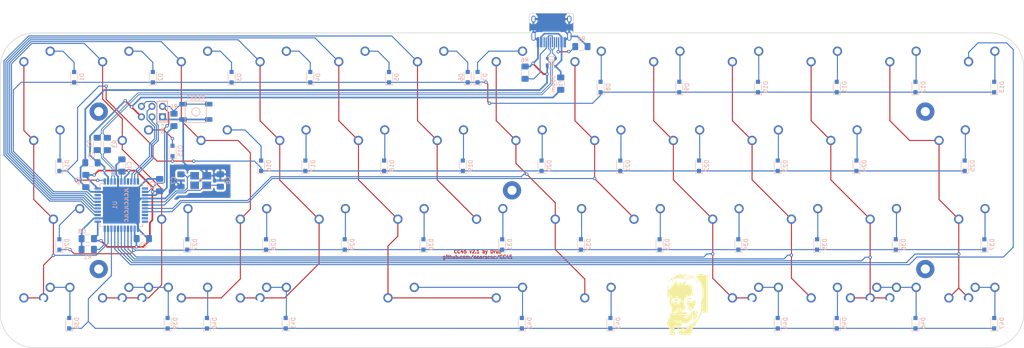
<source format=kicad_pcb>
(kicad_pcb (version 20221018) (generator pcbnew)
  (layers (0 "F.Cu" signal) (31 "B.Cu" signal) (34 "B.Paste" user) (35 "F.Paste" user) (36 "B.SilkS" user "B.Silkscreen") (37 "F.SilkS" user "F.Silkscreen") (38 "B.Mask" user) (39 "F.Mask" user) (44 "Edge.Cuts" user))
  (net 0 "")
  (net 1 "GND")
  (net 2 "Net-(C1-Pad1)")
  (net 3 "+5V")
  (net 4 "XTAL1")
  (net 5 "XTAL2")
  (net 6 "Net-(D1-Pad2)")
  (net 7 "row0")
  (net 8 "Net-(D2-Pad2)")
  (net 9 "Net-(D3-Pad2)")
  (net 10 "Net-(D4-Pad2)")
  (net 11 "Net-(D5-Pad2)")
  (net 12 "Net-(D6-Pad2)")
  (net 13 "Net-(D7-Pad2)")
  (net 14 "Net-(D8-Pad2)")
  (net 15 "Net-(D9-Pad2)")
  (net 16 "Net-(D10-Pad2)")
  (net 17 "Net-(D11-Pad2)")
  (net 18 "Net-(D12-Pad2)")
  (net 19 "Net-(D13-Pad2)")
  (net 20 "Net-(D14-Pad2)")
  (net 21 "row1")
  (net 22 "Net-(D15-Pad2)")
  (net 23 "Net-(D16-Pad2)")
  (net 24 "Net-(D17-Pad2)")
  (net 25 "Net-(D18-Pad2)")
  (net 26 "Net-(D19-Pad2)")
  (net 27 "Net-(D20-Pad2)")
  (net 28 "Net-(D21-Pad2)")
  (net 29 "Net-(D22-Pad2)")
  (net 30 "Net-(D23-Pad2)")
  (net 31 "Net-(D24-Pad2)")
  (net 32 "Net-(D25-Pad2)")
  (net 33 "Net-(D26-Pad2)")
  (net 34 "row2")
  (net 35 "Net-(D27-Pad2)")
  (net 36 "Net-(D28-Pad2)")
  (net 37 "Net-(D29-Pad2)")
  (net 38 "Net-(D30-Pad2)")
  (net 39 "Net-(D31-Pad2)")
  (net 40 "Net-(D32-Pad2)")
  (net 41 "Net-(D33-Pad2)")
  (net 42 "Net-(D34-Pad2)")
  (net 43 "Net-(D35-Pad2)")
  (net 44 "Net-(D36-Pad2)")
  (net 45 "Net-(D37-Pad2)")
  (net 46 "Net-(D38-Pad2)")
  (net 47 "row3")
  (net 48 "Net-(D39-Pad2)")
  (net 49 "Net-(D40-Pad2)")
  (net 50 "Net-(D41-Pad2)")
  (net 51 "Net-(D42-Pad2)")
  (net 52 "Net-(D43-Pad2)")
  (net 53 "Net-(D44-Pad2)")
  (net 54 "Net-(D45-Pad2)")
  (net 55 "Net-(D46-Pad2)")
  (net 56 "Net-(D47-Pad2)")
  (net 57 "VCC")
  (net 58 "RESET")
  (net 59 "MOSI")
  (net 60 "SCK")
  (net 61 "MISO")
  (net 62 "Net-(R1-Pad2)")
  (net 63 "D-")
  (net 64 "D+")
  (net 65 "Net-(R5-Pad2)")
  (net 66 "Net-(R6-Pad2)")
  (net 67 "col0")
  (net 68 "col1")
  (net 69 "col2")
  (net 70 "col3")
  (net 71 "col4")
  (net 72 "col5")
  (net 73 "col6")
  (net 74 "col7")
  (net 75 "col8")
  (net 76 "col9")
  (net 77 "col10")
  (net 78 "col11")
  (net 79 "col12")
  (net 80 "Net-(U1-Pad42)")
  (net 81 "Net-(U1-Pad21)")
  (net 82 "Net-(U1-Pad20)")
  (net 83 "Net-(U1-Pad8)")
  (net 84 "Net-(USB1-Pad3)")
  (net 85 "Net-(USB1-Pad9)")
  (net 86 "/USB_N")
  (net 87 "/USB_P")
  (net 88 "Net-(U1-Pad22)")
  (net 89 "Net-(U1-Pad12)")
  (footprint "MX_19mm:MX_19mm-1U-NoLED" (layer "F.Cu") (at 33.25 33.25)
    (fp_text reference "SW2")
    (fp_text value "K00")
  )
  (footprint "MX_19mm:MX_19mm-1U-NoLED" (layer "F.Cu") (at 71.25 33.25)
    (fp_text reference "SW4")
    (fp_text value "K02")
  )
  (footprint "MX_19mm:MX_19mm-1U-NoLED" (layer "F.Cu") (at 90.25 33.25)
    (fp_text reference "SW5")
    (fp_text value "K03")
  )
  (footprint "MX_19mm:MX_19mm-1U-NoLED" (layer "F.Cu") (at 109.25 33.25)
    (fp_text reference "SW6")
    (fp_text value "K04")
  )
  (footprint "MX_19mm:MX_19mm-1U-NoLED" (layer "F.Cu") (at 128.25 33.25)
    (fp_text reference "SW7")
    (fp_text value "K05")
  )
  (footprint "MX_19mm:MX_19mm-1U-NoLED" (layer "F.Cu") (at 147.25 33.25)
    (fp_text reference "SW8")
    (fp_text value "K06")
  )
  (footprint "MX_19mm:MX_19mm-1U-NoLED" (layer "F.Cu") (at 166.25 33.25)
    (fp_text reference "SW9")
    (fp_text value "K07")
  )
  (footprint "MX_19mm:MX_19mm-1U-NoLED" (layer "F.Cu") (at 185.25 33.25)
    (fp_text reference "SW10")
    (fp_text value "K08")
  )
  (footprint "MX_19mm:MX_19mm-1U-NoLED" (layer "F.Cu") (at 204.25 33.25)
    (fp_text reference "SW11")
    (fp_text value "K09")
  )
  (footprint "MX_19mm:MX_19mm-1U-NoLED" (layer "F.Cu") (at 223.25 33.25)
    (fp_text reference "SW12")
    (fp_text value "K0A")
  )
  (footprint "MX_19mm:MX_19mm-1U-NoLED" (layer "F.Cu") (at 242.25 33.25)
    (fp_text reference "SW13")
    (fp_text value "K0B")
  )
  (footprint "MX_19mm:MX_19mm-1U-NoLED" (layer "F.Cu") (at 261.25 33.25)
    (fp_text reference "SW14")
    (fp_text value "K0C")
  )
  (footprint "MX_19mm:MX_19mm-1U-NoLED" (layer "F.Cu") (at 57 52.25)
    (fp_text reference "SW16")
    (fp_text value "K11")
  )
  (footprint "MX_19mm:MX_19mm-1U-NoLED" (layer "F.Cu") (at 76 52.25)
    (fp_text reference "SW17")
    (fp_text value "K12")
  )
  (footprint "MX_19mm:MX_19mm-1U-NoLED" (layer "F.Cu") (at 95 52.25)
    (fp_text reference "SW18")
    (fp_text value "K13")
  )
  (footprint "MX_19mm:MX_19mm-1U-NoLED" (layer "F.Cu") (at 114 52.25)
    (fp_text reference "SW19")
    (fp_text value "K14")
  )
  (footprint "MX_19mm:MX_19mm-1U-NoLED" (layer "F.Cu") (at 133 52.25)
    (fp_text reference "SW20")
    (fp_text value "K15")
  )
  (footprint "MX_19mm:MX_19mm-1U-NoLED" (layer "F.Cu") (at 171 52.25)
    (fp_text reference "SW22")
    (fp_text value "K17")
  )
  (footprint "MX_19mm:MX_19mm-1U-NoLED" (layer "F.Cu") (at 190 52.25)
    (fp_text reference "SW23")
    (fp_text value "K18")
  )
  (footprint "MX_19mm:MX_19mm-1U-NoLED" (layer "F.Cu") (at 228 52.25)
    (fp_text reference "SW25")
    (fp_text value "K1A")
  )
  (footprint "MX_19mm:MX_19mm-1.75U-NoLED" (layer "F.Cu") (at 254.125 52.25)
    (fp_text reference "SW26")
    (fp_text value "K1B")
  )
  (footprint "MX_19mm:MX_19mm-1.75U-NoLED" (layer "F.Cu") (at 40.375 71.25)
    (fp_text reference "SW27")
    (fp_text value "K20")
  )
  (footprint "MX_19mm:MX_19mm-1U-NoLED" (layer "F.Cu") (at 85.5 71.25)
    (fp_text reference "SW29")
    (fp_text value "K22")
  )
  (footprint "MX_19mm:MX_19mm-1U-NoLED" (layer "F.Cu") (at 104.5 71.25)
    (fp_text reference "SW30")
    (fp_text value "K23")
  )
  (footprint "MX_19mm:MX_19mm-1U-NoLED" (layer "F.Cu") (at 123.5 71.25)
    (fp_text reference "SW31")
    (fp_text value "K24")
  )
  (footprint "MX_19mm:MX_19mm-1U-NoLED" (layer "F.Cu") (at 180.5 71.25)
    (fp_text reference "SW34")
    (fp_text value "K27")
  )
  (footprint "MX_19mm:MX_19mm-1U-NoLED" (layer "F.Cu") (at 199.5 71.25)
    (fp_text reference "SW35")
    (fp_text value "K28")
  )
  (footprint "MX_19mm:MX_19mm-1U-NoLED" (layer "F.Cu") (at 218.5 71.25)
    (fp_text reference "SW36")
    (fp_text value "K29")
  )
  (footprint "MX_19mm:MX_19mm-1U-NoLED" (layer "F.Cu") (at 237.5 71.25)
    (fp_text reference "SW37")
    (fp_text value "K2A")
  )
  (footprint "MX_19mm:MX_19mm-1.25U-NoLED" (layer "F.Cu") (at 258.875 71.25)
    (fp_text reference "SW38")
    (fp_text value "K2B")
  )
  (footprint "MX_19mm:MX_19mm-1U-NoLED" (layer "F.Cu") (at 209 52.25)
    (fp_text reference "SW24")
    (fp_text value "K19")
  )
  (footprint "MX_19mm:MX_19mm-1U-NoLED" (layer "F.Cu") (at 152 52.25)
    (fp_text reference "SW21")
    (fp_text value "K16")
  )
  (footprint "MX_19mm:MX_19mm-1U-NoLED" (layer "F.Cu") (at 161.5 71.25)
    (fp_text reference "SW33")
    (fp_text value "K26")
  )
  (footprint "MX_19mm:MX_19mm-1U-NoLED" (layer "F.Cu") (at 142.5 71.25)
    (fp_text reference "SW32")
    (fp_text value "K25")
  )
  (footprint "MX_19mm:MX_19mm-1U-NoLED" (layer "F.Cu") (at 33.25 90.25)
    (fp_text reference "SW39")
    (fp_text value "K30")
  )
  (footprint "MX_19mm:MX_19mm-1U-NoLED" (layer "F.Cu") (at 52.25 90.25)
    (fp_text reference "SW40")
    (fp_text value "K31")
  )
  (footprint "MX_19mm:MX_19mm-1U-NoLED" (layer "F.Cu") (at 90.25 90.25)
    (fp_text reference "SW42")
    (fp_text value "K33")
  )
  (footprint "MX_19mm:MX_19mm-1U-NoLED" (layer "F.Cu") (at 204.25 90.25)
    (fp_text reference "SW45")
    (fp_text value "K38")
  )
  (footprint "MX_19mm:MX_19mm-1U-NoLED" (layer "F.Cu") (at 71.25 90.25)
    (fp_text reference "SW41")
    (fp_text value "K32")
  )
  (footprint "MX_19mm:MX_19mm-2.25U-ReversedStabilizers-NoLED" (layer "F.Cu") (at 121.125 90.25)
    (fp_text reference "SW43")
    (fp_text value "K34")
  )
  (footprint "MX_19mm:MX_19mm-1U-NoLED" (layer "F.Cu") (at 223.25 90.25)
    (fp_text reference "SW46")
    (fp_text value "K39")
  )
  (footprint "MX_19mm:MX_19mm-1U-NoLED" (layer "F.Cu") (at 261.25 90.25)
    (fp_text reference "SW48")
    (fp_text value "K3B")
  )
  (footprint "MX_19mm:MX_19mm-2.75U-ReversedStabilizers-NoLED" (layer "F.Cu") (at 168.625 90.25)
    (fp_text reference "SW44")
    (fp_text value "K36")
  )
  (footprint "MountingHole:MountingHole_2.2mm_M2_Pad" (layer "F.Cu") (at 147.25 61.75)
    (fp_text reference "REF**")
    (fp_text value "MountingHole_2.2mm_M2_Pad")
  )
  (footprint "MountingHole:MountingHole_2.2mm_M2_Pad" (layer "F.Cu") (at 47.5 42.75)
    (fp_text reference "REF**")
    (fp_text value "MountingHole_2.2mm_M2_Pad")
  )
  (footprint "MountingHole:MountingHole_2.2mm_M2_Pad" (layer "F.Cu") (at 247 42.75)
    (fp_text reference "REF**")
    (fp_text value "MountingHole_2.2mm_M2_Pad")
  )
  (footprint "MountingHole:MountingHole_2.2mm_M2_Pad" (layer "F.Cu") (at 247 80.75)
    (fp_text reference "REF**")
    (fp_text value "MountingHole_2.2mm_M2_Pad")
  )
  (footprint "MountingHole:MountingHole_2.2mm_M2_Pad" (layer "F.Cu") (at 47.5 80.75)
    (fp_text reference "REF**")
    (fp_text value "MountingHole_2.2mm_M2_Pad")
  )
  (footprint "MX_19mm:MX_19mm-1U-NoLED" (layer "F.Cu") (at 242.25 90.25)
    (fp_text reference "SW47")
    (fp_text value "K3A")
  )
  (footprint "MX_19mm:MX_19mm-1.25U-NoLED" (layer "F.Cu") (at 35.625 52.25)
    (fp_text reference "SW15")
    (fp_text value "K10")
  )
  (footprint "cc:cc" (layer "F.Cu") (at 188.8125 89.0625)
    (fp_text reference "G***" hide)
    (fp_text value "LOGO" hide)
  )
  (footprint "MX_19mm:MX_19mm-1U-NoLED" (layer "F.Cu") (at 52.25 33.25)
    (fp_text reference "SW3")
    (fp_text value "K01")
  )
  (footprint "MX_19mm:MX_19mm-1.5U-NoLED" (layer "F.Cu") (at 38 90.25)
    (fp_text reference "SW39")
    (fp_text value "K30")
  )
  (footprint "MX_19mm:MX_19mm-1U-NoLED" (layer "F.Cu") (at 61.75 90.25)
    (fp_text reference "SW40")
    (fp_text value "K31")
  )
  (footprint "MX_19mm:MX_19mm-1.5U-NoLED" (layer "F.Cu") (at 85.5 90.25)
    (fp_text reference "SW42")
    (fp_text value "K33")
  )
  (footprint "MX_19mm:MX_19mm-1.5U-NoLED" (layer "F.Cu") (at 209 90.25)
    (fp_text reference "SW45")
    (fp_text value "K38")
  )
  (footprint "MX_19mm:MX_19mm-1U-NoLED" (layer "F.Cu") (at 232.75 90.25)
    (fp_text reference "SW47")
    (fp_text value "K3A")
  )
  (footprint "MX_19mm:MX_19mm-1.5U-NoLED" (layer "F.Cu") (at 256.5 90.25)
    (fp_text reference "SW48")
    (fp_text value "K3B")
  )
  (footprint "MX_19mm:MX_19mm-1.5U-NoLED" (layer "F.Cu") (at 57 90.25)
    (fp_text reference "SW40")
    (fp_text value "K31")
  )
  (footprint "MX_19mm:MX_19mm-1.5U-NoLED" (layer "F.Cu") (at 237.5 90.25)
    (fp_text reference "SW47")
    (fp_text value "K3A")
  )
  (footprint "MX_19mm:MX_19mm-7U-ReversedStabilizers-NoLED" (layer "F.Cu") (at 147.25 90.25)
    (fp_text reference "SW43")
    (fp_text value "K34")
  )
  (footprint "MX_19mm:MX_19mm-1U-NoLED" (layer "F.Cu") (at 66.5 71.25)
    (fp_text reference "SW28")
    (fp_text value "K21")
  )
  (footprint "Capacitor_SMD:C_1206_3216Metric_Pad1.42x1.75mm_HandSolder" (layer "B.Cu") (at 53.1 55.75 90)
    (fp_text reference "C1")
    (fp_text value "1u")
  )
  (footprint "Diode_SMD:D_SOD-323_HandSoldering" (layer "B.Cu") (at 41.5625 34.4375 90)
    (fp_text reference "D1")
    (fp_text value "D")
  )
  (footprint "Diode_SMD:D_SOD-323_HandSoldering" (layer "B.Cu") (at 60.5625 34.4375 90)
    (fp_text reference "D2")
    (fp_text value "D")
  )
  (footprint "Diode_SMD:D_SOD-323_HandSoldering" (layer "B.Cu") (at 79.5625 34.4375 90)
    (fp_text reference "D3")
    (fp_text value "D")
  )
  (footprint "Diode_SMD:D_SOD-323_HandSoldering" (layer "B.Cu") (at 98.5625 34.4375 90)
    (fp_text reference "D4")
    (fp_text value "D")
  )
  (footprint "Diode_SMD:D_SOD-323_HandSoldering" (layer "B.Cu") (at 117.5625 34.4375 90)
    (fp_text reference "D5")
    (fp_text value "D")
  )
  (footprint "Diode_SMD:D_SOD-323_HandSoldering" (layer "B.Cu") (at 136.5625 34.4375 90)
    (fp_text reference "D6")
    (fp_text value "D")
  )
  (footprint "Diode_SMD:D_SOD-323_HandSoldering" (layer "B.Cu") (at 138.9375 34.4375 90)
    (fp_text reference "D7")
    (fp_text value "D")
  )
  (footprint "Diode_SMD:D_SOD-323_HandSoldering" (layer "B.Cu") (at 168.625 36.8125 90)
    (fp_text reference "D8")
    (fp_text value "D")
  )
  (footprint "Diode_SMD:D_SOD-323_HandSoldering" (layer "B.Cu") (at 187.625 36.8125 90)
    (fp_text reference "D9")
    (fp_text value "D")
  )
  (footprint "Diode_SMD:D_SOD-323_HandSoldering" (layer "B.Cu") (at 206.625 36.8125 90)
    (fp_text reference "D10")
    (fp_text value "D")
  )
  (footprint "Diode_SMD:D_SOD-323_HandSoldering" (layer "B.Cu") (at 225.625 36.8125 90)
    (fp_text reference "D11")
    (fp_text value "D")
  )
  (footprint "Diode_SMD:D_SOD-323_HandSoldering" (layer "B.Cu") (at 244.625 36.8125 90)
    (fp_text reference "D12")
    (fp_text value "D")
  )
  (footprint "Diode_SMD:D_SOD-323_HandSoldering" (layer "B.Cu") (at 38 55.8125 90)
    (fp_text reference "D14")
    (fp_text value "D")
  )
  (footprint "Diode_SMD:D_SOD-323_HandSoldering" (layer "B.Cu") (at 86.6875 55.8125 90)
    (fp_text reference "D16")
    (fp_text value "D")
  )
  (footprint "Diode_SMD:D_SOD-323_HandSoldering" (layer "B.Cu") (at 97.375 55.8125 90)
    (fp_text reference "D17")
    (fp_text value "D")
  )
  (footprint "Diode_SMD:D_SOD-323_HandSoldering" (layer "B.Cu") (at 116.375 55.8125 90)
    (fp_text reference "D18")
    (fp_text value "D")
  )
  (footprint "Diode_SMD:D_SOD-323_HandSoldering" (layer "B.Cu") (at 154.375 55.8125 90)
    (fp_text reference "D20")
    (fp_text value "D")
  )
  (footprint "Diode_SMD:D_SOD-323_HandSoldering" (layer "B.Cu") (at 173.375 55.8125 90)
    (fp_text reference "D21")
    (fp_text value "D")
  )
  (footprint "Diode_SMD:D_SOD-323_HandSoldering" (layer "B.Cu") (at 192.375 55.8125 90)
    (fp_text reference "D22")
    (fp_text value "D")
  )
  (footprint "Diode_SMD:D_SOD-323_HandSoldering" (layer "B.Cu") (at 211.375 55.8125 90)
    (fp_text reference "D23")
    (fp_text value "D")
  )
  (footprint "Diode_SMD:D_SOD-323_HandSoldering" (layer "B.Cu") (at 230.375 55.8125 90)
    (fp_text reference "D24")
    (fp_text value "D")
  )
  (footprint "Diode_SMD:D_SOD-323_HandSoldering" (layer "B.Cu") (at 256.5 55.8125 90)
    (fp_text reference "D25")
    (fp_text value "D")
  )
  (footprint "Diode_SMD:D_SOD-323_HandSoldering" (layer "B.Cu") (at 38 74.8125 90)
    (fp_text reference "D26")
    (fp_text value "D")
  )
  (footprint "Diode_SMD:D_SOD-323_HandSoldering" (layer "B.Cu") (at 68.875 74.8125 90)
    (fp_text reference "D27")
    (fp_text value "D")
  )
  (footprint "Diode_SMD:D_SOD-323_HandSoldering" (layer "B.Cu") (at 87.875 74.8125 90)
    (fp_text reference "D28")
    (fp_text value "D")
  )
  (footprint "Diode_SMD:D_SOD-323_HandSoldering" (layer "B.Cu") (at 106.875 74.8125 90)
    (fp_text reference "D29")
    (fp_text value "D")
  )
  (footprint "Diode_SMD:D_SOD-323_HandSoldering" (layer "B.Cu") (at 125.875 74.8125 90)
    (fp_text reference "D30")
    (fp_text value "D")
  )
  (footprint "Diode_SMD:D_SOD-323_HandSoldering" (layer "B.Cu") (at 144.875 74.8125 90)
    (fp_text reference "D31")
    (fp_text value "D")
  )
  (footprint "Diode_SMD:D_SOD-323_HandSoldering" (layer "B.Cu") (at 163.875 74.8125 90)
    (fp_text reference "D32")
    (fp_text value "D")
  )
  (footprint "Diode_SMD:D_SOD-323_HandSoldering" (layer "B.Cu") (at 182.875 74.8125 90)
    (fp_text reference "D33")
    (fp_text value "D")
  )
  (footprint "Diode_SMD:D_SOD-323_HandSoldering" (layer "B.Cu") (at 201.875 74.8125 90)
    (fp_text reference "D34")
    (fp_text value "D")
  )
  (footprint "Diode_SMD:D_SOD-323_HandSoldering" (layer "B.Cu") (at 220.875 74.8125 90)
    (fp_text reference "D35")
    (fp_text value "D")
  )
  (footprint "Diode_SMD:D_SOD-323_HandSoldering" (layer "B.Cu") (at 239.875 74.8125 90)
    (fp_text reference "D36")
    (fp_text value "D")
  )
  (footprint "Diode_SMD:D_SOD-323_HandSoldering" (layer "B.Cu") (at 261.25 74.8125 90)
    (fp_text reference "D37")
    (fp_text value "D")
  )
  (footprint "Diode_SMD:D_SOD-323_HandSoldering" (layer "B.Cu") (at 40.375 93.8125 90)
    (fp_text reference "D38")
    (fp_text value "D")
  )
  (footprint "Diode_SMD:D_SOD-323_HandSoldering" (layer "B.Cu") (at 64.125 93.8125 90)
    (fp_text reference "D39")
    (fp_text value "D")
  )
  (footprint "Diode_SMD:D_SOD-323_HandSoldering" (layer "B.Cu") (at 73.625 93.8125 90)
    (fp_text reference "D40")
    (fp_text value "D")
  )
  (footprint "Diode_SMD:D_SOD-323_HandSoldering" (layer "B.Cu") (at 92.625 93.8125 90)
    (fp_text reference "D41")
    (fp_text value "D")
  )
  (footprint "Diode_SMD:D_SOD-323_HandSoldering" (layer "B.Cu") (at 149.625 93.8125 90)
    (fp_text reference "D42")
    (fp_text value "D")
  )
  (footprint "Diode_SMD:D_SOD-323_HandSoldering" (layer "B.Cu") (at 171 93.8125 90)
    (fp_text reference "D43")
    (fp_text value "D")
  )
  (footprint "Diode_SMD:D_SOD-323_HandSoldering" (layer "B.Cu") (at 211.375 93.8125 90)
    (fp_text reference "D44")
    (fp_text value "D")
  )
  (footprint "Diode_SMD:D_SOD-323_HandSoldering" (layer "B.Cu") (at 244.625 93.8125 90)
    (fp_text reference "D46")
    (fp_text value "D")
  )
  (footprint "Diode_SMD:D_SOD-323_HandSoldering" (layer "B.Cu") (at 263.625 93.8125 90)
    (fp_text reference "D47")
    (fp_text value "D")
  )
  (footprint "Resistor_SMD:R_1206_3216Metric_Pad1.42x1.75mm_HandSolder" (layer "B.Cu") (at 65.65 44.75 -90)
    (fp_text reference "R4")
    (fp_text value "10k")
  )
  (footprint "Diode_SMD:D_SOD-323_HandSoldering" (layer "B.Cu") (at 135.375 55.8125 90)
    (fp_text reference "D19")
    (fp_text value "D")
  )
  (footprint "Diode_SMD:D_SOD-323_HandSoldering" (layer "B.Cu") (at 263.625 36.8125 90)
    (fp_text reference "D13")
    (fp_text value "D")
  )
  (footprint "Type-C:HRO-TYPE-C-31-M-12-HandSoldering" (layer "B.Cu") (at 156.75 17.8125)
    (fp_text reference "USB1")
    (fp_text value "HRO-TYPE-C-31-M-12")
  )
  (footprint "random-keyboard-parts:SKQG-1155865" (layer "B.Cu") (at 70.95 42.8)
    (fp_text reference "SW1")
    (fp_text value "RESET")
  )
  (footprint "Resistor_SMD:R_1206_3216Metric_Pad1.42x1.75mm_HandSolder" (layer "B.Cu") (at 49.58125 50.5625 90)
    (fp_text reference "R3")
    (fp_text value "22")
  )
  (footprint "Resistor_SMD:R_1206_3216Metric_Pad1.42x1.75mm_HandSolder" (layer "B.Cu") (at 47.15 50.55 90)
    (fp_text reference "R2")
    (fp_text value "22")
  )
  (footprint "Capacitor_SMD:C_1206_3216Metric_Pad1.42x1.75mm_HandSolder" (layer "B.Cu") (at 67.35 59.375 -90)
    (fp_text reference "C7")
    (fp_text value "22p")
  )
  (footprint "Capacitor_SMD:C_1206_3216Metric_Pad1.42x1.75mm_HandSolder" (layer "B.Cu") (at 76.85 59.375 90)
    (fp_text reference "C6")
    (fp_text value "22p")
  )
  (footprint "Crystal:Crystal_SMD_3225-4Pin_3.2x2.5mm_HandSoldering" (layer "B.Cu") (at 72.1 59.375 180)
    (fp_text reference "X1")
    (fp_text value "XTAL")
  )
  (footprint "Capacitor_SMD:C_1206_3216Metric_Pad1.42x1.75mm_HandSolder" (layer "B.Cu") (at 44.4 59.5 -90)
    (fp_text reference "C4")
    (fp_text value "0.1u")
  )
  (footprint "Fuse:Fuse_1206_3216Metric_Pad1.42x1.75mm_HandSolder" (layer "B.Cu") (at 159 36 90)
    (fp_text reference "F1")
    (fp_text value "500m")
  )
  (footprint "Resistor_SMD:R_1206_3216Metric_Pad1.42x1.75mm_HandSolder" (layer "B.Cu") (at 164 27.05 180)
    (fp_text reference "R5")
    (fp_text value "5.1k")
  )
  (footprint "random-keyboard-parts:SOT143B" (layer "B.Cu") (at 156.75 30.8625)
    (fp_text reference "U2")
    (fp_text value "PRTR5V0U2X")
  )
  (footprint "Resistor_SMD:R_1206_3216Metric_Pad1.42x1.75mm_HandSolder" (layer "B.Cu") (at 44.8625 76.0125)
    (fp_text reference "R1")
    (fp_text value "10k")
  )
  (footprint "Capacitor_SMD:C_1206_3216Metric_Pad1.42x1.75mm_HandSolder" (layer "B.Cu") (at 44.8625 73.4125 180)
    (fp_text reference "C8")
    (fp_text value "0.1u")
  )
  (footprint "Package_QFP:TQFP-44_10x10mm_P0.8mm" (layer "B.Cu") (at 52.9625 65.3125 -90)
    (fp_text reference "U1")
    (fp_text value "ATmega32U4-AU")
  )
  (footprint "Diode_SMD:D_SOD-323_HandSoldering" (layer "B.Cu") (at 65.3125 52.25 90)
    (fp_text reference "D15")
    (fp_text value "D")
  )
  (footprint "Capacitor_SMD:C_1206_3216Metric_Pad1.42x1.75mm_HandSolder" (layer "B.Cu") (at 45.75 55.1 180)
    (fp_text reference "C5")
    (fp_text value "10u")
  )
  (footprint "Capacitor_SMD:C_1206_3216Metric_Pad1.42x1.75mm_HandSolder" (layer "B.Cu") (at 62.2 60.4875 90)
    (fp_text reference "C3")
    (fp_text value "0.1u")
  )
  (footprint "random-keyboard-parts:Reset_Pretty-Mask" (layer "B.Cu") (at 60.35 42.75 -90)
    (fp_text reference "J1")
    (fp_text value "AVR-ISP-6")
  )
  (footprint "Diode_SMD:D_SOD-323_HandSoldering" (layer "B.Cu") (at 225.625 93.8125 90)
    (fp_text reference "D45")
    (fp_text value "D")
  )
  (footprint "Resistor_SMD:R_1206_3216Metric_Pad1.42x1.75mm_HandSolder" (layer "B.Cu") (at 150.4 33.35 -90)
    (fp_text reference "R6")
    (fp_text value "5.1k")
  )
  (footprint "Capacitor_SMD:C_1206_3216Metric_Pad1.42x1.75mm_HandSolder" (layer "B.Cu") (at 58.15 73.4)
    (fp_text reference "C2")
    (fp_text value "0.1u")
  )
  (gr_line (start 262.4375 23.75) (end 162.09375 23.75) (stroke (width 0.15)) (layer "Edge.Cuts"))
  (gr_line (start 23.75 32.0625) (end 23.75 91.4375) (stroke (width 0.15)) (layer "Edge.Cuts"))
  (gr_line (start 262.4375 99.75) (end 32.0625 99.75) (stroke (width 0.15)) (layer "Edge.Cuts"))
  (gr_line (start 151.40625 23.75) (end 32.0625 23.75) (stroke (width 0.15)) (layer "Edge.Cuts"))
  (gr_arc (start 262.4375 23.75) (mid 268.315325 26.184675) (end 270.75 32.0625) (stroke (width 0.15)) (layer "Edge.Cuts"))
  (gr_arc (start 161.5 19.00625) (mid 161.919845 19.180155) (end 162.09375 19.6) (stroke (width 0.15)) (layer "Edge.Cuts"))
  (gr_line (start 151.40625 23.75) (end 151.40625 19.59375) (stroke (width 0.15)) (layer "Edge.Cuts"))
  (gr_arc (start 151.40625 19.59375) (mid 151.580155 19.173905) (end 152 19) (stroke (width 0.15)) (layer "Edge.Cuts"))
  (gr_arc (start 270.75 91.4375) (mid 268.315325 97.315325) (end 262.4375 99.75) (stroke (width 0.15)) (layer "Edge.Cuts"))
  (gr_line (start 152 19) (end 161.5 19.00625) (stroke (width 0.15)) (layer "Edge.Cuts"))
  (gr_line (start 162.09375 19.6) (end 162.09375 23.75) (stroke (width 0.15)) (layer "Edge.Cuts"))
  (gr_arc (start 32.0625 99.75) (mid 26.184675 97.315325) (end 23.75 91.4375) (stroke (width 0.15)) (layer "Edge.Cuts"))
  (gr_arc (start 23.75 32.0625) (mid 26.184675 26.184675) (end 32.0625 23.75) (stroke (width 0.15)) (layer "Edge.Cuts"))
  (gr_line (start 270.75 32.0625) (end 270.75 91.4375) (stroke (width 0.15)) (layer "Edge.Cuts"))
  (gr_text "CC45 v2.1 by Druz\ngithub.com/aaarsene/CC45" (at 138.9375 77.1875) (layer "F.Cu") (effects (font (size 0.8 0.8) (thickness 0.2))))
  (gr_text "JLCJLCJLCJLC" (at 54.2 65.25 90) (layer "B.SilkS") (effects (font (size 0.8 0.8) (thickness 0.2)) (justify mirror)))
  (segment (start 154.85 33.7) (end 152.3 31.15) (width 0.4) (layer "F.Cu") (net 1))
  (segment (start 154.85 33.7) (end 155.7 33.7) (width 0.4) (layer "F.Cu") (net 1))
  (via (at 155.7 33.7) (size 0.8) (drill 0.4) (layers "F.Cu" "B.Cu") (net 1))
  (via (at 152.325 31.125) (size 0.8) (drill 0.4) (layers "F.Cu" "B.Cu") (net 1))
  (segment (start 152.325 31.125) (end 153.525 29.925) (width 0.4) (layer "B.Cu") (net 1))
  (segment (start 73.55 58.225) (end 76.5125 58.225) (width 0.4) (layer "B.Cu") (net 1))
  (segment (start 153.95 37.55) (end 155.7 35.8) (width 0.4) (layer "B.Cu") (net 1))
  (segment (start 54.195002 67.3) (end 54.195002 67.234996) (width 0.4) (layer "B.Cu") (net 1))
  (segment (start 47.2625 62.1125) (end 48.207502 62.1125) (width 0.4) (layer "B.Cu") (net 1))
  (segment (start 52.1625 60.942498) (end 52.1625 59.6125) (width 0.4) (layer "B.Cu") (net 1))
  (segment (start 69.2 56.2) (end 71.525 56.2) (width 0.4) (layer "B.Cu") (net 1))
  (segment (start 159.975 25.6875) (end 161.07 24.5925) (width 0.4) (layer "B.Cu") (net 1))
  (segment (start 152.43 24.5925) (end 152.43 20.4125) (width 0.4) (layer "B.Cu") (net 1))
  (segment (start 43.12499 56.23751) (end 43.12499 59.71249) (width 0.4) (layer "B.Cu") (net 1))
  (segment (start 76.5125 58.225) (end 76.85 57.8875) (width 0.4) (layer "B.Cu") (net 1))
  (segment (start 44.4 60.9875) (end 45.525 62.1125) (width 0.4) (layer "B.Cu") (net 1))
  (segment (start 58.6625 63.7125) (end 63.559054 63.7125) (width 0.4) (layer "B.Cu") (net 1))
  (segment (start 62.2 59) (end 59.229998 59) (width 0.4) (layer "B.Cu") (net 1))
  (segment (start 57.717498 63.7125) (end 58.6625 63.7125) (width 0.4) (layer "B.Cu") (net 1))
  (segment (start 49.6 67.3) (end 54.195002 67.3) (width 0.4) (layer "B.Cu") (net 1))
  (segment (start 59.6375 73.4) (end 59.35 73.4) (width 0.4) (layer "B.Cu") (net 1))
  (segment (start 51.7 55.6625) (end 53.1 54.2625) (width 0.4) (layer "B.Cu") (net 1))
  (segment (start 48.207502 62.1125) (end 49.6 63.504998) (width 0.4) (layer "B.Cu") (net 1))
  (segment (start 153.2225 23.25) (end 159.900502 23.25) (width 0.4) (layer "B.Cu") (net 1))
  (segment (start 49.6 67.3) (end 48.3875 68.5125) (width 0.4) (layer "B.Cu") (net 1))
  (segment (start 46.305498 68.5125) (end 47.2625 68.5125) (width 0.4) (layer "B.Cu") (net 1))
  (segment (start 48.851998 37.55) (end 153.95 37.55) (width 0.4) (layer "B.Cu") (net 1))
  (segment (start 153.525 26.0075) (end 153.525 25.6875) (width 0.4) (layer "B.Cu") (net 1))
  (segment (start 52.1625 58.4125) (end 51.7 57.95) (width 0.4) (layer "B.Cu") (net 1))
  (segment (start 48.3875 68.5125) (end 47.2625 68.5125) (width 0.4) (layer "B.Cu") (net 1))
  (segment (start 65.6 56.5) (end 73 56.5) (width 0.4) (layer "B.Cu") (net 1))
  (segment (start 161.07 24.5925) (end 163.03 24.5925) (width 0.4) (layer "B.Cu") (net 1))
  (segment (start 70.65 60.525) (end 70.879998 60.525) (width 0.4) (layer "B.Cu") (net 1))
  (segment (start 155.75 31.6125) (end 155.75 33.65) (width 0.4) (layer "B.Cu") (net 1))
  (segment (start 59.229998 59) (end 57.289999 60.939999) (width 0.4) (layer "B.Cu") (net 1))
  (segment (start 161.07 20.4125) (end 161.07 24.5925) (width 0.4) (layer "B.Cu") (net 1))
  (segment (start 62.89 44.02) (end 63.52 44.65) (width 0.4) (layer "B.Cu") (net 1))
  (segment (start 59.35 73.4) (end 56.9625 71.0125) (width 0.4) (layer "B.Cu") (net 1))
  (segment (start 153.525 26.0075) (end 153.525 29.925) (width 0.4) (layer "B.Cu") (net 1))
  (segment (start 66.409054 60.8625) (end 67.35 60.8625) (width 0.4) (layer "B.Cu") (net 1))
  (segment (start 43.375 71.442998) (end 46.305498 68.5125) (width 0.4) (layer "B.Cu") (net 1))
  (segment (start 43.375 73.4125) (end 43.375 71.442998) (width 0.4) (layer "B.Cu") (net 1))
  (segment (start 73 56.5) (end 73.55 57.05) (width 0.4) (layer "B.Cu") (net 1))
  (segment (start 67.9 44.7) (end 67.9 54.9) (width 0.4) (layer "B.Cu") (net 1))
  (segment (start 151.5875 31.8625) (end 150.4 31.8625) (width 0.4) (layer "B.Cu") (net 1))
  (segment (start 57.289999 60.939999) (end 57.289999 64.139999) (width 0.4) (layer "B.Cu") (net 1))
  (segment (start 152.43 24.0425) (end 153.2225 23.25) (width 0.4) (layer "B.Cu") (net 1))
  (segment (start 155.7 35.8) (end 155.7 33.7) (width 0.4) (layer "B.Cu") (net 1))
  (segment (start 70.879998 60.525) (end 73.179998 58.225) (width 0.4) (layer "B.Cu") (net 1))
  (segment (start 44.2625 42.139498) (end 48.851998 37.55) (width 0.4) (layer "B.Cu") (net 1))
  (segment (start 152.43 20.4125) (end 161.07 20.4125) (width 0.4) (layer "B.Cu") (net 1))
  (segment (start 44.2625 55.1) (end 44.2625 42.139498) (width 0.4) (layer "B.Cu") (net 1))
  (segment (start 65.6 56.95) (end 65.6 56.5) (width 0.4) (layer "B.Cu") (net 1))
  (segment (start 43.375 76.0125) (end 43.375 73.4125) (width 0.4) (layer "B.Cu") (net 1))
  (segment (start 63.559054 63.7125) (end 66.409054 60.8625) (width 0.4) (layer "B.Cu") (net 1))
  (segment (start 49.6 63.504998) (end 49.6 67.3) (width 0.4) (layer "B.Cu") (net 1))
  (segment (start 44.2625 55.1) (end 43.12499 56.23751) (width 0.4) (layer "B.Cu") (net 1))
  (segment (start 152.43 24.5925) (end 152.43 24.0425) (width 0.4) (layer "B.Cu") (net 1))
  (segment (start 51.7 57.95) (end 51.7 55.6625) (width 0.4) (layer "B.Cu") (net 1))
  (segment (start 71.525 56.2) (end 73.55 58.225) (width 0.4) (layer "B.Cu") (net 1))
  (segment (start 67.9 54.9) (end 69.2 56.2) (width 0.4) (layer "B.Cu") (net 1))
  (segment (start 54.195002 67.3) (end 56.9625 70.067498) (width 0.4) (layer "B.Cu") (net 1))
  (segment (start 73.55 57.05) (end 73.55 58.225) (width 0.4) (layer "B.Cu") (net 1))
  (segment (start 159.975 26.0075) (end 159.975 25.6875) (width 0.4) (layer "B.Cu") (net 1))
  (segment (start 52.1625 59.6125) (end 52.1625 58.4125) (width 0.4) (layer "B.Cu") (net 1))
  (segment (start 73.179998 58.225) (end 73.55 58.225) (width 0.4) (layer "B.Cu") (net 1))
  (segment (start 63.52 44.65) (end 74.05 44.65) (width 0.4) (layer "B.Cu") (net 1))
  (segment (start 151.5875 31.8625) (end 152.325 31.125) (width 0.4) (layer "B.Cu") (net 1))
  (segment (start 163.03 24.5925) (end 165.4875 27.05) (width 0.4) (layer "B.Cu") (net 1))
  (segment (start 67.35 60.8625) (end 65.6 59.1125) (width 0.4) (layer "B.Cu") (net 1))
  (segment (start 54.195002 67.234996) (end 57.289999 64.139999) (width 0.4) (layer "B.Cu") (net 1))
  (segment (start 153.525 25.6875) (end 152.43 24.5925) (width 0.4) (layer "B.Cu") (net 1))
  (segment (start 65.6 59.1125) (end 65.6 56.95) (width 0.4) (layer "B.Cu") (net 1))
  (segment (start 49.6 63.504998) (end 52.1625 60.942498) (width 0.4) (layer "B.Cu") (net 1))
  (segment (start 56.9625 70.067498) (end 56.9625 71.0125) (width 0.4) (layer "B.Cu") (net 1))
  (segment (start 155.75 33.65) (end 155.7 33.7) (width 0.4) (layer "B.Cu") (net 1))
  (segment (start 67.85 44.65) (end 67.9 44.7) (width 0.4) (layer "B.Cu") (net 1))
  (segment (start 159.900502 23.25) (end 161.07 24.419498) (width 0.4) (layer "B.Cu") (net 1))
  (segment (start 57.289999 64.139999) (end 57.717498 63.7125) (width 0.4) (layer "B.Cu") (net 1))
  (segment (start 161.07 24.419498) (end 161.07 24.5925) (width 0.4) (layer "B.Cu") (net 1))
  (segment (start 45.525 62.1125) (end 47.2625 62.1125) (width 0.4) (layer "B.Cu") (net 1))
  (segment (start 43.12499 59.71249) (end 44.4 60.9875) (width 0.4) (layer "B.Cu") (net 1))
  (segment (start 52.9625 57.375) (end 53.1 57.2375) (width 0.25) (layer "B.Cu") (net 2))
  (segment (start 52.9625 59.6125) (end 52.9625 57.375) (width 0.25) (layer "B.Cu") (net 2))
  (segment (start 46.4 58.05) (end 46.4 58.05) (width 0.4) (layer "F.Cu") (net 3))
  (segment (start 55.42 41.63) (end 53.9 40.11) (width 0.4) (layer "F.Cu") (net 3))
  (segment (start 47.4625 56.9875) (end 48.8875 56.9875) (width 0.4) (layer "F.Cu") (net 3))
  (segment (start 59.85 73.75) (end 59.85 69.55) (width 0.4) (layer "F.Cu") (net 3))
  (segment (start 58.2 75.4) (end 59.85 73.75) (width 0.4) (layer "F.Cu") (net 3))
  (segment (start 60.450004 62.160318) (end 60.505163 62.105159) (width 0.4) (layer "F.Cu") (net 3))
  (segment (start 46.4 58.05) (end 47.4625 56.9875) (width 0.4) (layer "F.Cu") (net 3))
  (segment (start 54.7625 56.9875) (end 56.4875 56.9875) (width 0.4) (layer "F.Cu") (net 3))
  (segment (start 60.450004 68.949996) (end 60.450004 62.160318) (width 0.4) (layer "F.Cu") (net 3))
  (segment (start 59.85 69.55) (end 60.450004 68.949996) (width 0.4) (layer "F.Cu") (net 3))
  (segment (start 49.55 75.4) (end 56.6 75.4) (width 0.4) (layer "F.Cu") (net 3))
  (segment (start 56.4875 56.9875) (end 60.505163 61.005163) (width 0.4) (layer "F.Cu") (net 3))
  (segment (start 48.05 73.9) (end 49.55 75.4) (width 0.4) (layer "F.Cu") (net 3))
  (segment (start 56.6 75.4) (end 58.2 75.4) (width 0.4) (layer "F.Cu") (net 3))
  (segment (start 60.505163 61.005163) (end 60.505163 62.105159) (width 0.4) (layer "F.Cu") (net 3))
  (segment (start 54.7625 56.9875) (end 48.8875 56.9875) (width 0.4) (layer "F.Cu") (net 3))
  (segment (start 53.9 40.11) (end 53.9 40.1) (width 0.4) (layer "F.Cu") (net 3))
  (segment (start 57.81 44.02) (end 55.42 41.63) (width 0.4) (layer "F.Cu") (net 3))
  (via (at 48.8875 56.9875) (size 0.8) (drill 0.4) (layers "F.Cu" "B.Cu") (net 3))
  (via (at 56.6 75.4) (size 0.8) (drill 0.4) (layers "F.Cu" "B.Cu") (net 3))
  (via (at 46.4 58.05) (size 0.8) (drill 0.4) (layers "F.Cu" "B.Cu") (net 3))
  (via (at 48.05 73.9) (size 0.8) (drill 0.4) (layers "F.Cu" "B.Cu") (net 3))
  (via (at 55.42 41.63) (size 0.8) (drill 0.4) (layers "F.Cu" "B.Cu") (net 3))
  (via (at 54.7625 56.9875) (size 0.8) (drill 0.4) (layers "F.Cu" "B.Cu") (net 3))
  (via (at 53.9 40.1) (size 0.8) (drill 0.4) (layers "F.Cu" "B.Cu") (net 3))
  (via (at 60.505163 62.105159) (size 0.8) (drill 0.4) (layers "F.Cu" "B.Cu") (net 3))
  (segment (start 47.2625 72.5) (end 47.2625 69.3125) (width 0.4) (layer "B.Cu") (net 3))
  (segment (start 48.05 73.9) (end 46.8375 73.9) (width 0.4) (layer "B.Cu") (net 3))
  (segment (start 44.4375 58.05) (end 44.4 58.0125) (width 0.4) (layer "B.Cu") (net 3))
  (segment (start 56.6625 73.4) (end 56.1625 72.9) (width 0.4) (layer "B.Cu") (net 3))
  (segment (start 56.1625 72.9) (end 56.1625 71.0125) (width 0.4) (layer "B.Cu") (net 3))
  (segment (start 63.95 47.9375) (end 65.65 46.2375) (width 0.4) (layer "B.Cu") (net 3))
  (segment (start 48.8875 56.1375) (end 47.85 55.1) (width 0.4) (layer "B.Cu") (net 3))
  (segment (start 49.7625 58.5125) (end 48.8875 57.6375) (width 0.4) (layer "B.Cu") (net 3))
  (segment (start 56.6 73.4625) (end 56.6625 73.4) (width 0.4) (layer "B.Cu") (net 3))
  (segment (start 44.4 58.45) (end 47.2625 61.3125) (width 0.4) (layer "B.Cu") (net 3))
  (segment (start 53.7625 59.6125) (end 53.7625 58.6375) (width 0.4) (layer "B.Cu") (net 3))
  (segment (start 60.505163 61.994841) (end 60.505163 62.105159) (width 0.4) (layer "B.Cu") (net 3))
  (segment (start 62.2 61.975) (end 63.075 61.975) (width 0.4) (layer "B.Cu") (net 3))
  (segment (start 60.635322 61.975) (end 60.505163 62.105159) (width 0.4) (layer "B.Cu") (net 3))
  (segment (start 46.4 58.05) (end 44.4375 58.05) (width 0.4) (layer "B.Cu") (net 3))
  (segment (start 46.8375 73.9) (end 46.35 73.4125) (width 0.4) (layer "B.Cu") (net 3))
  (segment (start 61.2625 62.9125) (end 62.2 61.975) (width 0.4) (layer "B.Cu") (net 3))
  (segment (start 62.2 61.975) (end 60.635322 61.975) (width 0.4) (layer "B.Cu") (net 3))
  (segment (start 49.7625 59.6125) (end 49.7625 58.5125) (width 0.4) (layer "B.Cu") (net 3))
  (segment (start 44.4 58.0125) (end 44.4 58.45) (width 0.4) (layer "B.Cu") (net 3))
  (segment (start 47.85 55.1) (end 47.2375 55.1) (width 0.4) (layer "B.Cu") (net 3))
  (segment (start 58.6625 62.9125) (end 61.2625 62.9125) (width 0.4) (layer "B.Cu") (net 3))
  (segment (start 48.8875 56.9875) (end 48.8875 56.1375) (width 0.4) (layer "B.Cu") (net 3))
  (segment (start 45.4 48.6) (end 45.4 53.2625) (width 0.4) (layer "B.Cu") (net 3))
  (segment (start 53.7625 58.6375) (end 54.7625 57.6375) (width 0.4) (layer "B.Cu") (net 3))
  (segment (start 54.7625 57.6375) (end 54.7625 56.9875) (width 0.4) (layer "B.Cu") (net 3))
  (segment (start 63.95 61.1) (end 63.95 47.9375) (width 0.4) (layer "B.Cu") (net 3))
  (segment (start 55.42 41.63) (end 57.7 39.35) (width 0.4) (layer "B.Cu") (net 3))
  (segment (start 48.8875 57.6375) (end 48.8875 56.9875) (width 0.4) (layer "B.Cu") (net 3))
  (segment (start 63.075 61.975) (end 63.95 61.1) (width 0.4) (layer "B.Cu") (net 3))
  (segment (start 157.1375 39.35) (end 159 37.4875) (width 0.4) (layer "B.Cu") (net 3))
  (segment (start 57.7 39.35) (end 157.1375 39.35) (width 0.4) (layer "B.Cu") (net 3))
  (segment (start 45.4 53.2625) (end 47.2375 55.1) (width 0.4) (layer "B.Cu") (net 3))
  (segment (start 53.9 40.1) (end 45.4 48.6) (width 0.4) (layer "B.Cu") (net 3))
  (segment (start 60.525004 61.975) (end 60.505163 61.994841) (width 0.4) (layer "B.Cu") (net 3))
  (segment (start 46.35 73.4125) (end 47.2625 72.5) (width 0.4) (layer "B.Cu") (net 3))
  (segment (start 56.6 75.4) (end 56.6 73.4625) (width 0.4) (layer "B.Cu") (net 3))
  (segment (start 68.999599 61.750001) (end 71.960001 61.750001) (width 0.25) (layer "B.Cu") (net 4))
  (segment (start 66.30042 62.35002) (end 68.399581 62.350019) (width 0.25) (layer "B.Cu") (net 4))
  (segment (start 76.5125 60.525) (end 76.85 60.8625) (width 0.25) (layer "B.Cu") (net 4))
  (segment (start 71.960001 61.750001) (end 73.185002 60.525) (width 0.25) (layer "B.Cu") (net 4))
  (segment (start 68.399581 62.350019) (end 68.999599 61.750001) (width 0.25) (layer "B.Cu") (net 4))
  (segment (start 73.185002 60.525) (end 73.55 60.525) (width 0.25) (layer "B.Cu") (net 4))
  (segment (start 73.55 60.525) (end 76.5125 60.525) (width 0.25) (layer "B.Cu") (net 4))
  (segment (start 58.6625 65.3125) (end 63.33794 65.3125) (width 0.25) (layer "B.Cu") (net 4))
  (segment (start 63.33794 65.3125) (end 66.30042 62.35002) (width 0.25) (layer "B.Cu") (net 4))
  (segment (start 68.9 61.21319) (end 68.9 58.675) (width 0.25) (layer "B.Cu") (net 5))
  (segment (start 68.9 58.675) (end 69.35 58.225) (width 0.25) (layer "B.Cu") (net 5))
  (segment (start 69.35 58.225) (end 70.65 58.225) (width 0.25) (layer "B.Cu") (net 5))
  (segment (start 68.9 58.675) (end 68.125 57.9) (width 0.25) (layer "B.Cu") (net 5))
  (segment (start 63.50153 64.5125) (end 66.11402 61.90001) (width 0.25) (layer "B.Cu") (net 5))
  (segment (start 68.21318 61.90001) (end 68.9 61.21319) (width 0.25) (layer "B.Cu") (net 5))
  (segment (start 58.6625 64.5125) (end 63.50153 64.5125) (width 0.25) (layer "B.Cu") (net 5))
  (segment (start 67.3625 57.9) (end 67.35 57.8875) (width 0.25) (layer "B.Cu") (net 5))
  (segment (start 66.11402 61.90001) (end 68.21318 61.90001) (width 0.25) (layer "B.Cu") (net 5))
  (segment (start 68.125 57.9) (end 67.3625 57.9) (width 0.25) (layer "B.Cu") (net 5))
  (segment (start 41.5625 30.875) (end 41.5625 33.1875) (width 0.25) (layer "B.Cu") (net 6))
  (segment (start 35.79 28.17) (end 38.8575 28.17) (width 0.25) (layer "B.Cu") (net 6))
  (segment (start 38.8575 28.17) (end 41.5625 30.875) (width 0.25) (layer "B.Cu") (net 6))
  (segment (start 141.4 36.1) (end 141.4 40.349996) (width 0.25) (layer "F.Cu") (net 7))
  (segment (start 140.95 35.65) (end 141.4 36.1) (width 0.25) (layer "F.Cu") (net 7))
  (segment (start 141.4 40.349996) (end 141.8 40.749996) (width 0.25) (layer "F.Cu") (net 7))
  (via (at 140.95 35.65) (size 0.8) (drill 0.4) (layers "F.Cu" "B.Cu") (net 7))
  (via (at 141.8 40.749996) (size 0.8) (drill 0.4) (layers "F.Cu" "B.Cu") (net 7))
  (segment (start 138.975 35.65) (end 138.9375 35.6875) (width 0.25) (layer "B.Cu") (net 7))
  (segment (start 26.9 37.55) (end 26.9 52.35) (width 0.25) (layer "B.Cu") (net 7))
  (segment (start 168.625 38.0625) (end 168.625 38.8125) (width 0.25) (layer "B.Cu") (net 7))
  (segment (start 44.699989 62.099989) (end 46.3125 63.7125) (width 0.25) (layer "B.Cu") (net 7))
  (segment (start 28.7625 35.6875) (end 26.9 37.55) (width 0.25) (layer "B.Cu") (net 7))
  (segment (start 138.9375 35.6875) (end 41.5625 35.6875) (width 0.25) (layer "B.Cu") (net 7))
  (segment (start 166.687504 40.749996) (end 141.8 40.749996) (width 0.25) (layer "B.Cu") (net 7))
  (segment (start 263.625 38.0625) (end 168.625 38.0625) (width 0.25) (layer "B.Cu") (net 7))
  (segment (start 168.625 38.8125) (end 166.687504 40.749996) (width 0.25) (layer "B.Cu") (net 7))
  (segment (start 41.5625 35.6875) (end 28.7625 35.6875) (width 0.25) (layer "B.Cu") (net 7))
  (segment (start 140.95 35.65) (end 138.975 35.65) (width 0.25) (layer "B.Cu") (net 7))
  (segment (start 36.649989 62.099989) (end 44.699989 62.099989) (width 0.25) (layer "B.Cu") (net 7))
  (segment (start 46.3125 63.7125) (end 47.2625 63.7125) (width 0.25) (layer "B.Cu") (net 7))
  (segment (start 26.9 52.35) (end 36.649989 62.099989) (width 0.25) (layer "B.Cu") (net 7))
  (segment (start 60.5625 30.875) (end 60.5625 33.1875) (width 0.25) (layer "B.Cu") (net 8))
  (segment (start 57.8575 28.17) (end 60.5625 30.875) (width 0.25) (layer "B.Cu") (net 8))
  (segment (start 54.79 28.17) (end 57.8575 28.17) (width 0.25) (layer "B.Cu") (net 8))
  (segment (start 79.5625 30.875) (end 79.5625 33.1875) (width 0.25) (layer "B.Cu") (net 9))
  (segment (start 73.79 28.17) (end 76.8575 28.17) (width 0.25) (layer "B.Cu") (net 9))
  (segment (start 76.8575 28.17) (end 79.5625 30.875) (width 0.25) (layer "B.Cu") (net 9))
  (segment (start 95.8575 28.17) (end 98.5625 30.875) (width 0.25) (layer "B.Cu") (net 10))
  (segment (start 92.79 28.17) (end 95.8575 28.17) (width 0.25) (layer "B.Cu") (net 10))
  (segment (start 98.5625 30.875) (end 98.5625 33.1875) (width 0.25) (layer "B.Cu") (net 10))
  (segment (start 117.5625 30.875) (end 117.5625 33.1875) (width 0.25) (layer "B.Cu") (net 11))
  (segment (start 114.8575 28.17) (end 117.5625 30.875) (width 0.25) (layer "B.Cu") (net 11))
  (segment (start 111.79 28.17) (end 114.8575 28.17) (width 0.25) (layer "B.Cu") (net 11))
  (segment (start 133.8575 28.17) (end 136.5625 30.875) (width 0.25) (layer "B.Cu") (net 12))
  (segment (start 136.5625 30.875) (end 136.5625 33.1875) (width 0.25) (layer "B.Cu") (net 12))
  (segment (start 130.79 28.17) (end 133.8575 28.17) (width 0.25) (layer "B.Cu") (net 12))
  (segment (start 138.9375 30.875) (end 141.6425 28.17) (width 0.25) (layer "B.Cu") (net 13))
  (segment (start 141.6425 28.17) (end 149.79 28.17) (width 0.25) (layer "B.Cu") (net 13))
  (segment (start 138.9375 33.1875) (end 138.9375 30.875) (width 0.25) (layer "B.Cu") (net 13))
  (segment (start 168.79 35.3975) (end 168.625 35.5625) (width 0.25) (layer "B.Cu") (net 14))
  (segment (start 168.79 28.17) (end 168.79 35.3975) (width 0.25) (layer "B.Cu") (net 14))
  (segment (start 187.79 35.3975) (end 187.625 35.5625) (width 0.25) (layer "B.Cu") (net 15))
  (segment (start 187.79 28.17) (end 187.79 35.3975) (width 0.25) (layer "B.Cu") (net 15))
  (segment (start 206.79 28.17) (end 206.79 35.3975) (width 0.25) (layer "B.Cu") (net 16))
  (segment (start 206.79 35.3975) (end 206.625 35.5625) (width 0.25) (layer "B.Cu") (net 16))
  (segment (start 225.79 35.3975) (end 225.625 35.5625) (width 0.25) (layer "B.Cu") (net 17))
  (segment (start 225.79 28.17) (end 225.79 35.3975) (width 0.25) (layer "B.Cu") (net 17))
  (segment (start 244.79 28.17) (end 244.79 35.3975) (width 0.25) (layer "B.Cu") (net 18))
  (segment (start 244.79 35.3975) (end 244.625 35.5625) (width 0.25) (layer "B.Cu") (net 18))
  (segment (start 263.79 28.17) (end 263.79 35.3975) (width 0.25) (layer "B.Cu") (net 19))
  (segment (start 263.79 35.3975) (end 263.625 35.5625) (width 0.25) (layer "B.Cu") (net 19))
  (segment (start 38.165 54.3975) (end 38 54.5625) (width 0.25) (layer "B.Cu") (net 20))
  (segment (start 38.165 47.17) (end 38.165 54.3975) (width 0.25) (layer "B.Cu") (net 20))
  (segment (start 49.3 39.8) (end 60.3 50.8) (width 0.25) (layer "F.Cu") (net 21))
  (segment (start 49.3 36.6) (end 49.3 39.8) (width 0.25) (layer "F.Cu") (net 21))
  (segment (start 60.3 50.8) (end 60.3 53.4) (width 0.25) (layer "F.Cu") (net 21))
  (segment (start 60.3 53.4) (end 61.6 54.7) (width 0.25) (layer "F.Cu") (net 21))
  (segment (start 61.6 54.7) (end 65.30002 54.7) (width 0.25) (layer "F.Cu") (net 21))
  (segment (start 47.2 59.3) (end 47.25 59.35) (width 0.25) (layer "F.Cu") (net 21))
  (segment (start 65.30002 54.7) (end 70.450002 54.7) (width 0.25) (layer "F.Cu") (net 21))
  (segment (start 42.1 59.3) (end 47.2 59.3) (width 0.25) (layer "F.Cu") (net 21))
  (via (at 65.30002 54.7) (size 0.8) (drill 0.4) (layers "F.Cu" "B.Cu") (net 21))
  (via (at 49.3 36.6) (size 0.8) (drill 0.4) (layers "F.Cu" "B.Cu") (net 21))
  (via (at 47.25 59.35) (size 0.8) (drill 0.4) (layers "F.Cu" "B.Cu") (net 21))
  (via (at 42.1 59.3) (size 0.8) (drill 0.4) (layers "F.Cu" "B.Cu") (net 21))
  (via (at 70.450002 54.7) (size 0.8) (drill 0.4) (layers "F.Cu" "B.Cu") (net 21))
  (segment (start 86.6875 57.0625) (end 86.6875 56.3125) (width 0.25) (layer "B.Cu") (net 21))
  (segment (start 39.8375 57.0625) (end 38 57.0625) (width 0.25) (layer "B.Cu") (net 21))
  (segment (start 47.25 59.35) (end 48.7 59.35) (width 0.25) (layer "B.Cu") (net 21))
  (segment (start 39.8375 57.0625) (end 39.8625 57.0625) (width 0.25) (layer "B.Cu") (net 21))
  (segment (start 42.4 54.5) (end 39.8375 57.0625) (width 0.25) (layer "B.Cu") (net 21))
  (segment (start 39.8625 57.0625) (end 42.1 59.3) (width 0.25) (layer "B.Cu") (net 21))
  (segment (start 65.3125 53.5) (end 65.3125 54.68752) (width 0.25) (layer "B.Cu") (net 21))
  (segment (start 65.3125 54.68752) (end 65.30002 54.7) (width 0.25) (layer "B.Cu") (net 21))
  (segment (start 85.075 54.7) (end 70.450002 54.7) (width 0.25) (layer "B.Cu") (net 21))
  (segment (start 48.7 59.35) (end 48.9625 59.6125) (width 0.25) (layer "B.Cu") (net 21))
  (segment (start 42.4 41.75) (end 42.4 54.5) (width 0.25) (layer "B.Cu") (net 21))
  (segment (start 86.6875 57.0625) (end 256.5 57.0625) (width 0.25) (layer "B.Cu") (net 21))
  (segment (start 47.55 36.6) (end 42.4 41.75) (width 0.25) (layer "B.Cu") (net 21))
  (segment (start 86.6875 56.3125) (end 85.075 54.7) (width 0.25) (layer "B.Cu") (net 21))
  (segment (start 47.55 36.6) (end 49.3 36.6) (width 0.25) (layer "B.Cu") (net 21))
  (segment (start 63.22 47.17) (end 65.3 49.25) (width 0.25) (layer "F.Cu") (net 22))
  (segment (start 59.54 47.17) (end 63.22 47.17) (width 0.25) (layer "F.Cu") (net 22))
  (via (at 65.3 49.25) (size 0.8) (drill 0.4) (layers "F.Cu" "B.Cu") (net 22))
  (segment (start 65.3 50.9875) (end 65.3125 51) (width 0.25) (layer "B.Cu") (net 22))
  (segment (start 65.3 49.25) (end 65.3 50.9875) (width 0.25) (layer "B.Cu") (net 22))
  (segment (start 78.54 47.17) (end 82.795 47.17) (width 0.25) (layer "B.Cu") (net 23))
  (segment (start 82.795 47.17) (end 86.6875 51.0625) (width 0.25) (layer "B.Cu") (net 23))
  (segment (start 86.6875 51.0625) (end 86.6875 54.5625) (width 0.25) (layer "B.Cu") (net 23))
  (segment (start 97.54 47.17) (end 97.54 54.3975) (width 0.25) (layer "B.Cu") (net 24))
  (segment (start 97.54 54.3975) (end 97.375 54.5625) (width 0.25) (layer "B.Cu") (net 24))
  (segment (start 116.54 47.17) (end 116.54 54.3975) (width 0.25) (layer "B.Cu") (net 25))
  (segment (start 116.54 54.3975) (end 116.375 54.5625) (width 0.25) (layer "B.Cu") (net 25))
  (segment (start 135.54 47.17) (end 135.54 54.3975) (width 0.25) (layer "B.Cu") (net 26))
  (segment (start 135.54 54.3975) (end 135.375 54.5625) (width 0.25) (layer "B.Cu") (net 26))
  (segment (start 154.54 54.3975) (end 154.375 54.5625) (width 0.25) (layer "B.Cu") (net 27))
  (segment (start 154.54 47.17) (end 154.54 54.3975) (width 0.25) (layer "B.Cu") (net 27))
  (segment (start 173.54 47.17) (end 173.54 54.3975) (width 0.25) (layer "B.Cu") (net 28))
  (segment (start 173.54 54.3975) (end 173.375 54.5625) (width 0.25) (layer "B.Cu") (net 28))
  (segment (start 192.54 54.3975) (end 192.375 54.5625) (width 0.25) (layer "B.Cu") (net 29))
  (segment (start 192.54 47.17) (end 192.54 54.3975) (width 0.25) (layer "B.Cu") (net 29))
  (segment (start 211.54 54.3975) (end 211.375 54.5625) (width 0.25) (layer "B.Cu") (net 30))
  (segment (start 211.54 47.17) (end 211.54 54.3975) (width 0.25) (layer "B.Cu") (net 30))
  (segment (start 230.54 47.17) (end 230.54 54.3975) (width 0.25) (layer "B.Cu") (net 31))
  (segment (start 230.54 54.3975) (end 230.375 54.5625) (width 0.25) (layer "B.Cu") (net 31))
  (segment (start 256.665 47.17) (end 256.665 54.3975) (width 0.25) (layer "B.Cu") (net 32))
  (segment (start 256.665 54.3975) (end 256.5 54.5625) (width 0.25) (layer "B.Cu") (net 32))
  (segment (start 38 73.5625) (end 38 70.193026) (width 0.25) (layer "B.Cu") (net 33))
  (segment (start 42.023026 66.17) (end 42.915 66.17) (width 0.25) (layer "B.Cu") (net 33))
  (segment (start 38 70.193026) (end 42.023026 66.17) (width 0.25) (layer "B.Cu") (net 33))
  (segment (start 55.132177 77.05) (end 55.982177 76.2) (width 0.25) (layer "F.Cu") (net 34))
  (segment (start 40.55 76.05) (end 41.55 77.05) (width 0.25) (layer "F.Cu") (net 34))
  (segment (start 41.55 77.05) (end 55.132177 77.05) (width 0.25) (layer "F.Cu") (net 34))
  (via (at 55.982177 76.2) (size 0.8) (drill 0.4) (layers "F.Cu" "B.Cu") (net 34))
  (via (at 40.55 76.05) (size 0.8) (drill 0.4) (layers "F.Cu" "B.Cu") (net 34))
  (segment (start 55.3625 75.5625) (end 55.3625 71.0125) (width 0.25) (layer "B.Cu") (net 34))
  (segment (start 68.7375 76.2) (end 68.875 76.0625) (width 0.25) (layer "B.Cu") (net 34))
  (segment (start 55.982177 76.182177) (end 55.3625 75.5625) (width 0.25) (layer "B.Cu") (net 34))
  (segment (start 38 76.0625) (end 40.5375 76.0625) (width 0.25) (layer "B.Cu") (net 34))
  (segment (start 40.5375 76.0625) (end 40.55 76.05) (width 0.25) (layer "B.Cu") (net 34))
  (segment (start 55.982177 76.2) (end 68.7375 76.2) (width 0.25) (layer "B.Cu") (net 34))
  (segment (start 55.982177 76.2) (end 55.982177 76.182177) (width 0.25) (layer "B.Cu") (net 34))
  (segment (start 68.875 76.0625) (end 261.25 76.0625) (width 0.25) (layer "B.Cu") (net 34))
  (segment (start 69.04 66.17) (end 69.04 73.3975) (width 0.25) (layer "B.Cu") (net 35))
  (segment (start 69.04 73.3975) (end 68.875 73.5625) (width 0.25) (layer "B.Cu") (net 35))
  (segment (start 88.04 73.3975) (end 87.875 73.5625) (width 0.25) (layer "B.Cu") (net 36))
  (segment (start 88.04 66.17) (end 88.04 73.3975) (width 0.25) (layer "B.Cu") (net 36))
  (segment (start 107.04 73.3975) (end 106.875 73.5625) (width 0.25) (layer "B.Cu") (net 37))
  (segment (start 107.04 66.17) (end 107.04 73.3975) (width 0.25) (layer "B.Cu") (net 37))
  (segment (start 126.04 73.3975) (end 125.875 73.5625) (width 0.25) (layer "B.Cu") (net 38))
  (segment (start 126.04 66.17) (end 126.04 73.3975) (width 0.25) (layer "B.Cu") (net 38))
  (segment (start 145.04 73.3975) (end 144.875 73.5625) (width 0.25) (layer "B.Cu") (net 39))
  (segment (start 145.04 66.17) (end 145.04 73.3975) (width 0.25) (layer "B.Cu") (net 39))
  (segment (start 164.04 66.17) (end 164.04 73.3975) (width 0.25) (layer "B.Cu") (net 40))
  (segment (start 164.04 73.3975) (end 163.875 73.5625) (width 0.25) (layer "B.Cu") (net 40))
  (segment (start 183.04 73.3975) (end 182.875 73.5625) (width 0.25) (layer "B.Cu") (net 41))
  (segment (start 183.04 66.17) (end 183.04 73.3975) (width 0.25) (layer "B.Cu") (net 41))
  (segment (start 202.04 66.17) (end 202.04 73.3975) (width 0.25) (layer "B.Cu") (net 42))
  (segment (start 202.04 73.3975) (end 201.875 73.5625) (width 0.25) (layer "B.Cu") (net 42))
  (segment (start 221.04 73.3975) (end 220.875 73.5625) (width 0.25) (layer "B.Cu") (net 43))
  (segment (start 221.04 66.17) (end 221.04 73.3975) (width 0.25) (layer "B.Cu") (net 43))
  (segment (start 240.04 73.3975) (end 239.875 73.5625) (width 0.25) (layer "B.Cu") (net 44))
  (segment (start 240.04 66.17) (end 240.04 73.3975) (width 0.25) (layer "B.Cu") (net 44))
  (segment (start 261.415 66.17) (end 261.415 73.3975) (width 0.25) (layer "B.Cu") (net 45))
  (segment (start 261.415 73.3975) (end 261.25 73.5625) (width 0.25) (layer "B.Cu") (net 45))
  (segment (start 40.54 85.17) (end 35.79 85.17) (width 0.25) (layer "B.Cu") (net 46))
  (segment (start 40.54 85.17) (end 40.54 92.3975) (width 0.25) (layer "B.Cu") (net 46))
  (segment (start 40.54 92.3975) (end 40.375 92.5625) (width 0.25) (layer "B.Cu") (net 46))
  (segment (start 40.375 95.0625) (end 43.3375 95.0625) (width 0.25) (layer "B.Cu") (net 47))
  (segment (start 45 93.4) (end 45 87.9) (width 0.25) (layer "B.Cu") (net 47))
  (segment (start 43.3375 95.0625) (end 44.280001 94.119999) (width 0.25) (layer "B.Cu") (net 47))
  (segment (start 263.625 95.0625) (end 64.125 95.0625) (width 0.25) (layer "B.Cu") (net 47))
  (segment (start 46.6625 95.0625) (end 64.125 95.0625) (width 0.25) (layer "B.Cu") (net 47))
  (segment (start 45 93.4) (end 46.6625 95.0625) (width 0.25) (layer "B.Cu") (net 47))
  (segment (start 45 87.9) (end 50.5625 82.3375) (width 0.25) (layer "B.Cu") (net 47))
  (segment (start 44.280001 94.119999) (end 45 93.4) (width 0.25) (layer "B.Cu") (net 47))
  (segment (start 50.5625 82.3375) (end 50.5625 71.0125) (width 0.25) (layer "B.Cu") (net 47))
  (segment (start 64.29 85.17) (end 59.54 85.17) (width 0.25) (layer "B.Cu") (net 48))
  (segment (start 64.29 92.3975) (end 64.125 92.5625) (width 0.25) (layer "B.Cu") (net 48))
  (segment (start 64.29 85.17) (end 64.29 92.3975) (width 0.25) (layer "B.Cu") (net 48))
  (segment (start 59.54 85.17) (end 54.79 85.17) (width 0.25) (layer "B.Cu") (net 48))
  (segment (start 73.79 85.17) (end 73.79 92.3975) (width 0.25) (layer "B.Cu") (net 49))
  (segment (start 73.79 92.3975) (end 73.625 92.5625) (width 0.25) (layer "B.Cu") (net 49))
  (segment (start 92.79 85.17) (end 88.04 85.17) (width 0.25) (layer "B.Cu") (net 50))
  (segment (start 92.79 85.17) (end 92.79 92.3975) (width 0.25) (layer "B.Cu") (net 50))
  (segment (start 92.79 92.3975) (end 92.625 92.5625) (width 0.25) (layer "B.Cu") (net 50))
  (segment (start 149.79 85.17) (end 123.665 85.17) (width 0.25) (layer "B.Cu") (net 51))
  (segment (start 149.79 92.3975) (end 149.625 92.5625) (width 0.25) (layer "B.Cu") (net 51))
  (segment (start 149.79 85.17) (end 149.79 92.3975) (width 0.25) (layer "B.Cu") (net 51))
  (segment (start 171.165 92.3975) (end 171 92.5625) (width 0.25) (layer "B.Cu") (net 52))
  (segment (start 171.165 85.17) (end 171.165 92.3975) (width 0.25) (layer "B.Cu") (net 52))
  (segment (start 211.54 85.17) (end 206.79 85.17) (width 0.25) (layer "B.Cu") (net 53))
  (segment (start 211.54 92.3975) (end 211.375 92.5625) (width 0.25) (layer "B.Cu") (net 53))
  (segment (start 211.54 85.17) (end 211.54 92.3975) (width 0.25) (layer "B.Cu") (net 53))
  (segment (start 225.79 92.3975) (end 225.625 92.5625) (width 0.25) (layer "B.Cu") (net 54))
  (segment (start 225.79 85.17) (end 225.79 92.3975) (width 0.25) (layer "B.Cu") (net 54))
  (segment (start 244.79 85.17) (end 240.04 85.17) (width 0.25) (layer "B.Cu") (net 55))
  (segment (start 244.79 92.3975) (end 244.625 92.5625) (width 0.25) (layer "B.Cu") (net 55))
  (segment (start 240.04 85.17) (end 235.29 85.17) (width 0.25) (layer "B.Cu") (net 55))
  (segment (start 244.79 85.17) (end 244.79 92.3975) (width 0.25) (layer "B.Cu") (net 55))
  (segment (start 263.79 92.3975) (end 263.625 92.5625) (width 0.25) (layer "B.Cu") (net 56))
  (segment (start 263.79 85.17) (end 259.04 85.17) (width 0.25) (layer "B.Cu") (net 56))
  (segment (start 263.79 85.17) (end 263.79 92.3975) (width 0.25) (layer "B.Cu") (net 56))
  (segment (start 155.063013 23.932489) (end 158.436987 23.932489) (width 0.4) (layer "B.Cu") (net 57))
  (segment (start 158.436987 23.932489) (end 159.2 24.695502) (width 0.4) (layer "B.Cu") (net 57))
  (segment (start 159.2 24.695502) (end 159.2 26.0075) (width 0.4) (layer "B.Cu") (net 57))
  (segment (start 159 33.0625) (end 157.75 31.8125) (width 0.4) (layer "B.Cu") (net 57))
  (segment (start 154.3 24.695502) (end 155.063013 23.932489) (width 0.4) (layer "B.Cu") (net 57))
  (segment (start 157.75 31.8125) (end 159.2 30.3625) (width 0.4) (layer "B.Cu") (net 57))
  (segment (start 154.3 26.0075) (end 154.3 24.695502) (width 0.4) (layer "B.Cu") (net 57))
  (segment (start 159.2 30.3625) (end 159.2 26.0075) (width 0.4) (layer "B.Cu") (net 57))
  (segment (start 159 34.5125) (end 159 33.0625) (width 0.4) (layer "B.Cu") (net 57))
  (segment (start 64.399999 45.750001) (end 64.399999 42.989999) (width 0.25) (layer "F.Cu") (net 58))
  (segment (start 64 46.15) (end 64.399999 45.750001) (width 0.25) (layer "F.Cu") (net 58))
  (segment (start 64.399999 42.989999) (end 62.89 41.48) (width 0.25) (layer "F.Cu") (net 58))
  (via (at 64 46.15) (size 0.8) (drill 0.4) (layers "F.Cu" "B.Cu") (net 58))
  (segment (start 61.547492 60.03751) (end 63.06318 60.03751) (width 0.25) (layer "B.Cu") (net 58))
  (segment (start 64.53 41.48) (end 65.65 42.6) (width 0.25) (layer "B.Cu") (net 58))
  (segment (start 59.472502 62.1125) (end 61.547492 60.03751) (width 0.25) (layer "B.Cu") (net 58))
  (segment (start 67.3 40.95) (end 67.85 40.95) (width 0.25) (layer "B.Cu") (net 58))
  (segment (start 63.40001 46.74999) (end 64 46.15) (width 0.25) (layer "B.Cu") (net 58))
  (segment (start 65.65 42.6) (end 65.65 43.2625) (width 0.25) (layer "B.Cu") (net 58))
  (segment (start 58.6625 62.1125) (end 59.472502 62.1125) (width 0.25) (layer "B.Cu") (net 58))
  (segment (start 63.06318 60.03751) (end 63.40001 59.70068) (width 0.25) (layer "B.Cu") (net 58))
  (segment (start 67.85 40.95) (end 74.05 40.95) (width 0.25) (layer "B.Cu") (net 58))
  (segment (start 62.89 41.48) (end 64.53 41.48) (width 0.25) (layer "B.Cu") (net 58))
  (segment (start 65.65 42.6) (end 67.3 40.95) (width 0.25) (layer "B.Cu") (net 58))
  (segment (start 63.40001 59.70068) (end 63.40001 46.74999) (width 0.25) (layer "B.Cu") (net 58))
  (segment (start 56.1625 57.8875) (end 56.1625 59.6125) (width 0.25) (layer "B.Cu") (net 59))
  (segment (start 60.35 44.02) (end 60.35 45.15) (width 0.25) (layer "B.Cu") (net 59))
  (segment (start 60.2 53.85) (end 56.1625 57.8875) (width 0.25) (layer "B.Cu") (net 59))
  (segment (start 61.440011 46.240011) (end 61.440011 49.509989) (width 0.25) (layer "B.Cu") (net 59))
  (segment (start 60.35 45.15) (end 61.440011 46.240011) (width 0.25) (layer "B.Cu") (net 59))
  (segment (start 61.440011 49.509989) (end 60.2 50.75) (width 0.25) (layer "B.Cu") (net 59))
  (segment (start 60.2 50.75) (end 60.2 53.85) (width 0.25) (layer "B.Cu") (net 59))
  (segment (start 55.487501 59.487499) (end 55.3625 59.6125) (width 0.25) (layer "B.Cu") (net 60))
  (segment (start 59.75 50.55) (end 59.75 53.6) (width 0.25) (layer "B.Cu") (net 60))
  (segment (start 55.487501 57.862499) (end 55.487501 59.487499) (width 0.25) (layer "B.Cu") (net 60))
  (segment (start 59.75 53.6) (end 55.487501 57.862499) (width 0.25) (layer "B.Cu") (net 60))
  (segment (start 59.174999 44.658997) (end 60.990001 46.473999) (width 0.25) (layer "B.Cu") (net 60))
  (segment (start 60.990001 46.473999) (end 60.990001 49.309999) (width 0.25) (layer "B.Cu") (net 60))
  (segment (start 60.990001 49.309999) (end 59.75 50.55) (width 0.25) (layer "B.Cu") (net 60))
  (segment (start 60.35 41.48) (end 59.174999 42.655001) (width 0.25) (layer "B.Cu") (net 60))
  (segment (start 59.174999 42.655001) (end 59.174999 44.658997) (width 0.25) (layer "B.Cu") (net 60))
  (segment (start 60.914001 40.304999) (end 61.525001 40.915999) (width 0.25) (layer "B.Cu") (net 61))
  (segment (start 60.65 54.05) (end 56.9625 57.7375) (width 0.25) (layer "B.Cu") (net 61))
  (segment (start 61.890021 46.053611) (end 61.890021 49.709979) (width 0.25) (layer "B.Cu") (net 61))
  (segment (start 60.65 50.95) (end 60.65 54.05) (width 0.25) (layer "B.Cu") (net 61))
  (segment (start 57.81 41.48) (end 58.985001 40.304999) (width 0.25) (layer "B.Cu") (net 61))
  (segment (start 58.985001 40.304999) (end 60.914001 40.304999) (width 0.25) (layer "B.Cu") (net 61))
  (segment (start 56.9625 57.7375) (end 56.9625 59.6125) (width 0.25) (layer "B.Cu") (net 61))
  (segment (start 61.890021 49.709979) (end 60.65 50.95) (width 0.25) (layer "B.Cu") (net 61))
  (segment (start 61.525001 45.688591) (end 61.890021 46.053611) (width 0.25) (layer "B.Cu") (net 61))
  (segment (start 61.525001 40.915999) (end 61.525001 45.688591) (width 0.25) (layer "B.Cu") (net 61))
  (segment (start 47.6375 76.0125) (end 48.9625 74.6875) (width 0.25) (layer "B.Cu") (net 62))
  (segment (start 46.35 76.0125) (end 47.6375 76.0125) (width 0.25) (layer "B.Cu") (net 62))
  (segment (start 48.9625 74.6875) (end 48.9625 71.0125) (width 0.25) (layer "B.Cu") (net 62))
  (segment (start 50.7375 58.312499) (end 50.7375 56.4557) (width 0.2) (layer "B.Cu") (net 63))
  (segment (start 50.7375 56.4557) (end 48.146875 53.865075) (width 0.2) (layer "B.Cu") (net 63))
  (segment (start 50.5625 59.6125) (end 50.5625 58.487499) (width 0.2) (layer "B.Cu") (net 63))
  (segment (start 48.146875 53.034375) (end 47.15 52.0375) (width 0.2) (layer "B.Cu") (net 63))
  (segment (start 48.146875 53.865075) (end 48.146875 53.034375) (width 0.2) (layer "B.Cu") (net 63))
  (segment (start 50.5625 58.487499) (end 50.7375 58.312499) (width 0.2) (layer "B.Cu") (net 63))
  (segment (start 48.596875 53.034375) (end 49.58125 52.05) (width 0.2) (layer "B.Cu") (net 64))
  (segment (start 51.3625 58.487499) (end 51.1875 58.312499) (width 0.2) (layer "B.Cu") (net 64))
  (segment (start 48.596875 53.678675) (end 48.596875 53.034375) (width 0.2) (layer "B.Cu") (net 64))
  (segment (start 51.1875 58.312499) (end 51.1875 56.2693) (width 0.2) (layer "B.Cu") (net 64))
  (segment (start 51.3625 59.6125) (end 51.3625 58.487499) (width 0.2) (layer "B.Cu") (net 64))
  (segment (start 51.1875 56.2693) (end 48.596875 53.678675) (width 0.2) (layer "B.Cu") (net 64))
  (segment (start 160.9 28.3) (end 160.95 28.25) (width 0.25) (layer "F.Cu") (net 65))
  (segment (start 158.4 28.3) (end 160.9 28.3) (width 0.25) (layer "F.Cu") (net 65))
  (via (at 160.95 28.25) (size 0.8) (drill 0.4) (layers "F.Cu" "B.Cu") (net 65))
  (via (at 158.4 28.3) (size 0.8) (drill 0.4) (layers "F.Cu" "B.Cu") (net 65))
  (segment (start 160.95 28.25) (end 161.3125 28.25) (width 0.25) (layer "B.Cu") (net 65))
  (segment (start 158.5 28.2) (end 158.4 28.3) (width 0.25) (layer "B.Cu") (net 65))
  (segment (start 161.3125 28.25) (end 162.5125 27.05) (width 0.25) (layer "B.Cu") (net 65))
  (segment (start 158.5 26.0075) (end 158.5 28.2) (width 0.25) (layer "B.Cu") (net 65))
  (segment (start 154.05 33.306002) (end 154.05 28.9325) (width 0.25) (layer "B.Cu") (net 66))
  (segment (start 155.5 27.4825) (end 155.5 26.0075) (width 0.25) (layer "B.Cu") (net 66))
  (segment (start 154.05 28.9325) (end 155.5 27.4825) (width 0.25) (layer "B.Cu") (net 66))
  (segment (start 150.4 34.8375) (end 152.518502 34.8375) (width 0.25) (layer "B.Cu") (net 66))
  (segment (start 152.518502 34.8375) (end 154.05 33.306002) (width 0.25) (layer "B.Cu") (net 66))
  (segment (start 31.815 63.96) (end 36.565 68.71) (width 0.25) (layer "F.Cu") (net 67))
  (segment (start 29.44 47.335) (end 31.815 49.71) (width 0.25) (layer "F.Cu") (net 67))
  (segment (start 34.19 87.71) (end 34.19 79.81) (width 0.25) (layer "F.Cu") (net 67))
  (segment (start 34.19 79.81) (end 36.565 77.435) (width 0.25) (layer "F.Cu") (net 67))
  (segment (start 29.44 87.71) (end 34.19 87.71) (width 0.25) (layer "F.Cu") (net 67))
  (segment (start 29.44 30.71) (end 29.44 47.335) (width 0.25) (layer "F.Cu") (net 67))
  (segment (start 31.815 49.71) (end 31.815 63.96) (width 0.25) (layer "F.Cu") (net 67))
  (segment (start 36.565 77.435) (end 36.565 68.71) (width 0.25) (layer "F.Cu") (net 67))
  (via (at 36.565 77.435) (size 0.8) (drill 0.4) (layers "F.Cu" "B.Cu") (net 67))
  (segment (start 46.85141 77.435) (end 36.565 77.435) (width 0.25) (layer "B.Cu") (net 67))
  (segment (start 49.7625 71.0125) (end 49.7625 74.52391) (width 0.25) (layer "B.Cu") (net 67))
  (segment (start 49.7625 74.52391) (end 46.85141 77.435) (width 0.25) (layer "B.Cu") (net 67))
  (segment (start 53.19 49.71) (end 53.2 49.7) (width 0.25) (layer "F.Cu") (net 68))
  (segment (start 53.2 49.7) (end 53.2 44.5) (width 0.25) (layer "F.Cu") (net 68))
  (segment (start 48.44 39.74) (end 48.44 30.71) (width 0.25) (layer "F.Cu") (net 68))
  (segment (start 53.2 44.5) (end 48.44 39.74) (width 0.25) (layer "F.Cu") (net 68))
  (segment (start 53.19 87.71) (end 48.44 87.71) (width 0.25) (layer "F.Cu") (net 68))
  (segment (start 53.19 87.71) (end 57.94 87.71) (width 0.25) (layer "F.Cu") (net 68))
  (segment (start 57.94 87.71) (end 59.53099 87.71) (width 0.25) (layer "F.Cu") (net 68))
  (segment (start 62.69 68.71) (end 62.69 61.371974) (width 0.25) (layer "F.Cu") (net 68))
  (segment (start 62.69 61.371974) (end 53.19 51.871974) (width 0.25) (layer "F.Cu") (net 68))
  (segment (start 62.69 84.55099) (end 62.69 68.71) (width 0.25) (layer "F.Cu") (net 68))
  (segment (start 59.53099 87.71) (end 62.69 84.55099) (width 0.25) (layer "F.Cu") (net 68))
  (segment (start 53.19 51.871974) (end 53.19 49.71) (width 0.25) (layer "F.Cu") (net 68))
  (segment (start 26.45 52.536411) (end 26.45 31.2) (width 0.25) (layer "B.Cu") (net 68))
  (segment (start 26.45 31.2) (end 31.35 26.3) (width 0.25) (layer "B.Cu") (net 68))
  (segment (start 44.03 26.3) (end 48.44 30.71) (width 0.25) (layer "B.Cu") (net 68))
  (segment (start 46.3125 64.5125) (end 44.35 62.55) (width 0.25) (layer "B.Cu") (net 68))
  (segment (start 44.35 62.55) (end 36.463589 62.55) (width 0.25) (layer "B.Cu") (net 68))
  (segment (start 36.463589 62.55) (end 26.45 52.536411) (width 0.25) (layer "B.Cu") (net 68))
  (segment (start 31.35 26.3) (end 44.03 26.3) (width 0.25) (layer "B.Cu") (net 68))
  (segment (start 47.2625 64.5125) (end 46.3125 64.5125) (width 0.25) (layer "B.Cu") (net 68))
  (segment (start 67.44 87.71) (end 77.09 87.71) (width 0.25) (layer "F.Cu") (net 69))
  (segment (start 81.69 83.11) (end 81.69 68.71) (width 0.25) (layer "F.Cu") (net 69))
  (segment (start 81.11 49.71) (end 84.1 52.7) (width 0.25) (layer "F.Cu") (net 69))
  (segment (start 84.1 66.3) (end 81.69 68.71) (width 0.25) (layer "F.Cu") (net 69))
  (segment (start 84.1 52.7) (end 84.1 66.3) (width 0.25) (layer "F.Cu") (net 69))
  (segment (start 72.19 49.71) (end 67.44 44.96) (width 0.25) (layer "F.Cu") (net 69))
  (segment (start 67.44 44.96) (end 67.44 30.71) (width 0.25) (layer "F.Cu") (net 69))
  (segment (start 77.09 87.71) (end 81.69 83.11) (width 0.25) (layer "F.Cu") (net 69))
  (segment (start 72.19 49.71) (end 81.11 49.71) (width 0.25) (layer "F.Cu") (net 69))
  (segment (start 36.277189 63.000011) (end 25.999989 52.722811) (width 0.25) (layer "B.Cu") (net 69))
  (segment (start 46.2625 65.3125) (end 43.950011 63.000011) (width 0.25) (layer "B.Cu") (net 69))
  (segment (start 25.999989 31.009241) (end 31.159236 25.849994) (width 0.25) (layer "B.Cu") (net 69))
  (segment (start 43.950011 63.000011) (end 36.277189 63.000011) (width 0.25) (layer "B.Cu") (net 69))
  (segment (start 47.2625 65.3125) (end 46.2625 65.3125) (width 0.25) (layer "B.Cu") (net 69))
  (segment (start 31.159236 25.849994) (end 62.579994 25.849994) (width 0.25) (layer "B.Cu") (net 69))
  (segment (start 62.579994 25.849994) (end 67.44 30.71) (width 0.25) (layer "B.Cu") (net 69))
  (segment (start 25.999989 52.722811) (end 25.999989 31.009241) (width 0.25) (layer "B.Cu") (net 69))
  (segment (start 100.61 68.71) (end 100.69 68.71) (width 0.25) (layer "F.Cu") (net 70))
  (segment (start 92.396002 87.71) (end 100.69 79.416002) (width 0.25) (layer "F.Cu") (net 70))
  (segment (start 91.19 59.29) (end 100.61 68.71) (width 0.25) (layer "F.Cu") (net 70))
  (segment (start 100.69 79.416002) (end 100.69 68.71) (width 0.25) (layer "F.Cu") (net 70))
  (segment (start 86.44 30.71) (end 86.44 44.96) (width 0.25) (layer "F.Cu") (net 70))
  (segment (start 86.44 87.71) (end 81.69 87.71) (width 0.25) (layer "F.Cu") (net 70))
  (segment (start 86.44 87.71) (end 92.396002 87.71) (width 0.25) (layer "F.Cu") (net 70))
  (segment (start 91.19 49.71) (end 91.19 59.29) (width 0.25) (layer "F.Cu") (net 70))
  (segment (start 86.44 44.96) (end 91.19 49.71) (width 0.25) (layer "F.Cu") (net 70))
  (segment (start 47.2625 66.1125) (end 46.3625 66.1125) (width 0.25) (layer "B.Cu") (net 70))
  (segment (start 81.129983 25.399983) (end 86.44 30.71) (width 0.25) (layer "B.Cu") (net 70))
  (segment (start 46.3625 66.1125) (end 43.700022 63.450022) (width 0.25) (layer "B.Cu") (net 70))
  (segment (start 30.972837 25.399983) (end 81.129983 25.399983) (width 0.25) (layer "B.Cu") (net 70))
  (segment (start 36.090789 63.450022) (end 25.549978 52.909211) (width 0.25) (layer "B.Cu") (net 70))
  (segment (start 25.549978 30.822842) (end 30.972837 25.399983) (width 0.25) (layer "B.Cu") (net 70))
  (segment (start 25.549978 52.909211) (end 25.549978 30.822842) (width 0.25) (layer "B.Cu") (net 70))
  (segment (start 43.700022 63.450022) (end 36.090789 63.450022) (width 0.25) (layer "B.Cu") (net 70))
  (segment (start 119.69 68.71) (end 119.69 72.81) (width 0.25) (layer "F.Cu") (net 71))
  (segment (start 110.19 49.71) (end 110.19 59.21) (width 0.25) (layer "F.Cu") (net 71))
  (segment (start 105.44 30.71) (end 105.44 44.96) (width 0.25) (layer "F.Cu") (net 71))
  (segment (start 105.44 44.96) (end 110.19 49.71) (width 0.25) (layer "F.Cu") (net 71))
  (segment (start 110.19 59.21) (end 119.69 68.71) (width 0.25) (layer "F.Cu") (net 71))
  (segment (start 117.315 87.71) (end 143.44 87.71) (width 0.25) (layer "F.Cu") (net 71))
  (segment (start 117.315 75.185) (end 117.315 87.71) (width 0.25) (layer "F.Cu") (net 71))
  (segment (start 119.69 72.81) (end 117.315 75.185) (width 0.25) (layer "F.Cu") (net 71))
  (segment (start 46.4625 66.9125) (end 43.450033 63.900033) (width 0.25) (layer "B.Cu") (net 71))
  (segment (start 43.450033 63.900033) (end 35.904389 63.900033) (width 0.25) (layer "B.Cu") (net 71))
  (segment (start 104.315001 29.585001) (end 105.44 30.71) (width 0.25) (layer "B.Cu") (net 71))
  (segment (start 30.786438 24.949972) (end 99.679972 24.949972) (width 0.25) (layer "B.Cu") (net 71))
  (segment (start 99.679972 24.949972) (end 104.315001 29.585001) (width 0.25) (layer "B.Cu") (net 71))
  (segment (start 47.2625 66.9125) (end 46.4625 66.9125) (width 0.25) (layer "B.Cu") (net 71))
  (segment (start 35.904389 63.900033) (end 25.099956 53.0956) (width 0.25) (layer "B.Cu") (net 71))
  (segment (start 25.099956 30.636454) (end 30.786438 24.949972) (width 0.25) (layer "B.Cu") (net 71))
  (segment (start 25.099956 53.0956) (end 25.099956 30.636454) (width 0.25) (layer "B.Cu") (net 71))
  (segment (start 124.44 44.96) (end 129.19 49.71) (width 0.25) (layer "F.Cu") (net 72))
  (segment (start 124.44 30.71) (end 124.44 44.96) (width 0.25) (layer "F.Cu") (net 72))
  (segment (start 129.19 59.21) (end 138.69 68.71) (width 0.25) (layer "F.Cu") (net 72))
  (segment (start 129.19 49.71) (end 129.19 59.21) (width 0.25) (layer "F.Cu") (net 72))
  (segment (start 46.546474 67.7125) (end 43.184018 64.350044) (width 0.25) (layer "B.Cu") (net 72))
  (segment (start 118.229961 24.499961) (end 124.44 30.71) (width 0.25) (layer "B.Cu") (net 72))
  (segment (start 30.600039 24.499961) (end 118.229961 24.499961) (width 0.25) (layer "B.Cu") (net 72))
  (segment (start 35.717989 64.350044) (end 24.649945 53.282) (width 0.25) (layer "B.Cu") (net 72))
  (segment (start 43.184018 64.350044) (end 35.717989 64.350044) (width 0.25) (layer "B.Cu") (net 72))
  (segment (start 47.2625 67.7125) (end 46.546474 67.7125) (width 0.25) (layer "B.Cu") (net 72))
  (segment (start 24.649945 30.450055) (end 30.600039 24.499961) (width 0.25) (layer "B.Cu") (net 72))
  (segment (start 24.649945 53.282) (end 24.649945 30.450055) (width 0.25) (layer "B.Cu") (net 72))
  (segment (start 143.44 30.71) (end 143.44 44.96) (width 0.25) (layer "F.Cu") (net 73))
  (segment (start 157.69 68.71) (end 157.69 76.04) (width 0.25) (layer "F.Cu") (net 73))
  (segment (start 143.44 44.96) (end 148.19 49.71) (width 0.25) (layer "F.Cu") (net 73))
  (segment (start 157.69 76.04) (end 164.815 83.165) (width 0.25) (layer "F.Cu") (net 73))
  (segment (start 148.19 55.24) (end 150.8 57.85) (width 0.25) (layer "F.Cu") (net 73))
  (segment (start 164.815 83.165) (end 164.815 87.71) (width 0.25) (layer "F.Cu") (net 73))
  (segment (start 150.8 57.85) (end 157.69 64.74) (width 0.25) (layer "F.Cu") (net 73))
  (segment (start 148.19 49.71) (end 148.19 55.24) (width 0.25) (layer "F.Cu") (net 73))
  (segment (start 157.69 64.74) (end 157.69 68.71) (width 0.25) (layer "F.Cu") (net 73))
  (via (at 150.8 57.85) (size 0.8) (drill 0.4) (layers "F.Cu" "B.Cu") (net 73))
  (segment (start 65.3375 66.1125) (end 67.25 64.2) (width 0.25) (layer "B.Cu") (net 73))
  (segment (start 149.5 58.45) (end 150.1 57.85) (width 0.25) (layer "B.Cu") (net 73))
  (segment (start 83.45 64.2) (end 89.2 58.45) (width 0.25) (layer "B.Cu") (net 73))
  (segment (start 58.6625 66.1125) (end 65.3375 66.1125) (width 0.25) (layer "B.Cu") (net 73))
  (segment (start 89.2 58.45) (end 149.5 58.45) (width 0.25) (layer "B.Cu") (net 73))
  (segment (start 67.25 64.2) (end 83.45 64.2) (width 0.25) (layer "B.Cu") (net 73))
  (segment (start 150.1 57.85) (end 150.8 57.85) (width 0.25) (layer "B.Cu") (net 73))
  (segment (start 167.19 58.89) (end 167.19 58.94) (width 0.25) (layer "F.Cu") (net 74))
  (segment (start 176.69 68.44) (end 176.69 68.71) (width 0.25) (layer "F.Cu") (net 74))
  (segment (start 162.44 30.71) (end 162.44 44.96) (width 0.25) (layer "F.Cu") (net 74))
  (segment (start 162.44 44.96) (end 167.19 49.71) (width 0.25) (layer "F.Cu") (net 74))
  (segment (start 167.19 58.94) (end 176.69 68.44) (width 0.25) (layer "F.Cu") (net 74))
  (segment (start 167.19 49.71) (end 167.19 58.89) (width 0.25) (layer "F.Cu") (net 74))
  (via (at 167.19 58.89) (size 0.8) (drill 0.4) (layers "F.Cu" "B.Cu") (net 74))
  (segment (start 167.17999 58.90001) (end 167.19 58.89) (width 0.25) (layer "B.Cu") (net 74))
  (segment (start 89.3864 58.90001) (end 167.17999 58.90001) (width 0.25) (layer "B.Cu") (net 74))
  (segment (start 83.636401 64.650009) (end 89.3864 58.90001) (width 0.25) (layer "B.Cu") (net 74))
  (segment (start 65.17391 66.9125) (end 67.4364 64.65001) (width 0.25) (layer "B.Cu") (net 74))
  (segment (start 58.6625 66.9125) (end 65.17391 66.9125) (width 0.25) (layer "B.Cu") (net 74))
  (segment (start 67.4364 64.65001) (end 83.636401 64.650009) (width 0.25) (layer "B.Cu") (net 74))
  (segment (start 186.19 59.21) (end 195.69 68.71) (width 0.25) (layer "F.Cu") (net 75))
  (segment (start 181.44 30.71) (end 181.44 44.96) (width 0.25) (layer "F.Cu") (net 75))
  (segment (start 181.44 44.96) (end 186.19 49.71) (width 0.25) (layer "F.Cu") (net 75))
  (segment (start 200.44 87.71) (end 205.19 87.71) (width 0.25) (layer "F.Cu") (net 75))
  (segment (start 195.69 77.09) (end 195.69 82.96) (width 0.25) (layer "F.Cu") (net 75))
  (segment (start 195.69 82.96) (end 200.44 87.71) (width 0.25) (layer "F.Cu") (net 75))
  (segment (start 186.19 49.71) (end 186.19 59.21) (width 0.25) (layer "F.Cu") (net 75))
  (segment (start 195.69 68.71) (end 195.69 77.09) (width 0.25) (layer "F.Cu") (net 75))
  (via (at 195.69 77.09) (size 0.8) (drill 0.4) (layers "F.Cu" "B.Cu") (net 75))
  (segment (start 193.55003 77.84997) (end 194.31 77.09) (width 0.25) (layer "B.Cu") (net 75))
  (segment (start 56.559145 77.84997) (end 193.55003 77.84997) (width 0.25) (layer "B.Cu") (net 75))
  (segment (start 54.5625 75.853325) (end 56.559145 77.84997) (width 0.25) (layer "B.Cu") (net 75))
  (segment (start 194.31 77.09) (end 195.69 77.09) (width 0.25) (layer "B.Cu") (net 75))
  (segment (start 54.5625 71.0125) (end 54.5625 75.853325) (width 0.25) (layer "B.Cu") (net 75))
  (segment (start 214.69 77.39) (end 214.69 82.96) (width 0.25) (layer "F.Cu") (net 76))
  (segment (start 200.44 30.71) (end 200.44 44.96) (width 0.25) (layer "F.Cu") (net 76))
  (segment (start 205.19 49.71) (end 205.19 59.21) (width 0.25) (layer "F.Cu") (net 76))
  (segment (start 205.19 59.21) (end 214.69 68.71) (width 0.25) (layer "F.Cu") (net 76))
  (segment (start 214.69 68.71) (end 214.69 77.39) (width 0.25) (layer "F.Cu") (net 76))
  (segment (start 200.44 44.96) (end 205.19 49.71) (width 0.25) (layer "F.Cu") (net 76))
  (segment (start 214.69 82.96) (end 219.44 87.71) (width 0.25) (layer "F.Cu") (net 76))
  (via (at 214.69 77.39) (size 0.8) (drill 0.4) (layers "F.Cu" "B.Cu") (net 76))
  (segment (start 212.90002 78.29998) (end 213.81 77.39) (width 0.25) (layer "B.Cu") (net 76))
  (segment (start 53.7625 75.9125) (end 56.14998 78.29998) (width 0.25) (layer "B.Cu") (net 76))
  (segment (start 53.7625 71.0125) (end 53.7625 75.9125) (width 0.25) (layer "B.Cu") (net 76))
  (segment (start 56.14998 78.29998) (end 212.90002 78.29998) (width 0.25) (layer "B.Cu") (net 76))
  (segment (start 213.81 77.39) (end 214.69 77.39) (width 0.25) (layer "B.Cu") (net 76))
  (segment (start 219.44 30.71) (end 219.44 44.96) (width 0.25) (layer "F.Cu") (net 77))
  (segment (start 233.69 68.71) (end 233.69 77.91) (width 0.25) (layer "F.Cu") (net 77))
  (segment (start 224.19 49.71) (end 224.19 59.21) (width 0.25) (layer "F.Cu") (net 77))
  (segment (start 228.94 87.71) (end 238.44 87.71) (width 0.25) (layer "F.Cu") (net 77))
  (segment (start 219.44 44.96) (end 224.19 49.71) (width 0.25) (layer "F.Cu") (net 77))
  (segment (start 224.19 59.21) (end 233.69 68.71) (width 0.25) (layer "F.Cu") (net 77))
  (segment (start 233.69 77.91) (end 233.69 87.71) (width 0.25) (layer "F.Cu") (net 77))
  (via (at 233.69 77.91) (size 0.8) (drill 0.4) (layers "F.Cu" "B.Cu") (net 77))
  (segment (start 231.65001 78.74999) (end 232.5 77.9) (width 0.25) (layer "B.Cu") (net 77))
  (segment (start 233.68 77.9) (end 233.69 77.91) (width 0.25) (layer "B.Cu") (net 77))
  (segment (start 52.9625 75.9125) (end 55.79999 78.74999) (width 0.25) (layer "B.Cu") (net 77))
  (segment (start 52.9625 71.0125) (end 52.9625 75.9125) (width 0.25) (layer "B.Cu") (net 77))
  (segment (start 55.79999 78.74999) (end 231.65001 78.74999) (width 0.25) (layer "B.Cu") (net 77))
  (segment (start 232.5 77.9) (end 233.68 77.9) (width 0.25) (layer "B.Cu") (net 77))
  (segment (start 257.44 87.71) (end 255.065 85.335) (width 0.25) (layer "F.Cu") (net 78))
  (segment (start 250.315 49.71) (end 250.315 63.96) (width 0.25) (layer "F.Cu") (net 78))
  (segment (start 238.44 30.71) (end 238.44 44.94) (width 0.25) (layer "F.Cu") (net 78))
  (segment (start 255.065 85.335) (end 252.69 87.71) (width 0.25) (layer "F.Cu") (net 78))
  (segment (start 243.21 49.71) (end 250.315 49.71) (width 0.25) (layer "F.Cu") (net 78))
  (segment (start 255.065 68.71) (end 255.065 85.335) (width 0.25) (layer "F.Cu") (net 78))
  (segment (start 238.44 44.94) (end 243.21 49.71) (width 0.25) (layer "F.Cu") (net 78))
  (segment (start 250.315 63.96) (end 255.065 68.71) (width 0.25) (layer "F.Cu") (net 78))
  (via (at 255.065 77.125) (size 0.8) (drill 0.4) (layers "F.Cu" "B.Cu") (net 78))
  (segment (start 242.45 79.2) (end 244.525 77.125) (width 0.25) (layer "B.Cu") (net 78))
  (segment (start 52.1625 75.9125) (end 55.45 79.2) (width 0.25) (layer "B.Cu") (net 78))
  (segment (start 55.45 79.2) (end 242.45 79.2) (width 0.25) (layer "B.Cu") (net 78))
  (segment (start 244.525 77.125) (end 255.065 77.125) (width 0.25) (layer "B.Cu") (net 78))
  (segment (start 52.1625 71.0125) (end 52.1625 75.9125) (width 0.25) (layer "B.Cu") (net 78))
  (segment (start 257.44 28.46) (end 259.75 26.15) (width 0.25) (layer "B.Cu") (net 79))
  (segment (start 265.85 77.85) (end 244.95 77.85) (width 0.25) (layer "B.Cu") (net 79))
  (segment (start 268.224999 27.774999) (end 268.224999 75.475001) (width 0.25) (layer "B.Cu") (net 79))
  (segment (start 244.95 77.85) (end 243.123901 79.676099) (width 0.25) (layer "B.Cu") (net 79))
  (segment (start 55.126099 79.676099) (end 51.3625 75.9125) (width 0.25) (layer "B.Cu") (net 79))
  (segment (start 243.123901 79.676099) (end 55.126099 79.676099) (width 0.25) (layer "B.Cu") (net 79))
  (segment (start 266.6 26.15) (end 268.224999 27.774999) (width 0.25) (layer "B.Cu") (net 79))
  (segment (start 268.224999 75.475001) (end 265.85 77.85) (width 0.25) (layer "B.Cu") (net 79))
  (segment (start 257.44 30.71) (end 257.44 28.46) (width 0.25) (layer "B.Cu") (net 79))
  (segment (start 259.75 26.15) (end 266.6 26.15) (width 0.25) (layer "B.Cu") (net 79))
  (segment (start 51.3625 75.9125) (end 51.3625 71.0125) (width 0.25) (layer "B.Cu") (net 79))
  (segment (start 47.15 49.0625) (end 48.134375 48.078125) (width 0.2) (layer "B.Cu") (net 86))
  (segment (start 155.75 30.222498) (end 155.75 29.9125) (width 0.2) (layer "B.Cu") (net 86))
  (segment (start 156.525 30.997498) (end 155.75 30.222498) (width 0.2) (layer "B.Cu") (net 86))
  (segment (start 156.525 28.0132) (end 156 27.4882) (width 0.2) (layer "B.Cu") (net 86))
  (segment (start 48.134375 47.047425) (end 56.9568 38.225) (width 0.2) (layer "B.Cu") (net 86))
  (segment (start 154.2568 38.225) (end 156.525 35.9568) (width 0.2) (layer "B.Cu") (net 86))
  (segment (start 156.525 35.9568) (end 156.525 30.997498) (width 0.2) (layer "B.Cu") (net 86))
  (segment (start 156.525 28.612499) (end 156.525 28.0132) (width 0.2) (layer "B.Cu") (net 86))
  (segment (start 156.910001 24.457499) (end 157 24.547498) (width 0.25) (layer "B.Cu") (net 86))
  (segment (start 156 26.55) (end 156 26.0075) (width 0.2) (layer "B.Cu") (net 86))
  (segment (start 157 24.547498) (end 157 26.0075) (width 0.25) (layer "B.Cu") (net 86))
  (segment (start 48.134375 48.078125) (end 48.134375 47.047425) (width 0.2) (layer "B.Cu") (net 86))
  (segment (start 156 24.5325) (end 156.075001 24.457499) (width 0.25) (layer "B.Cu") (net 86))
  (segment (start 155.75 29.387499) (end 156.525 28.612499) (width 0.2) (layer "B.Cu") (net 86))
  (segment (start 156 26.0075) (end 156 24.5325) (width 0.25) (layer "B.Cu") (net 86))
  (segment (start 156.075001 24.457499) (end 156.910001 24.457499) (width 0.25) (layer "B.Cu") (net 86))
  (segment (start 156 27.4882) (end 156 26.55) (width 0.2) (layer "B.Cu") (net 86))
  (segment (start 56.9568 38.225) (end 154.2568 38.225) (width 0.2) (layer "B.Cu") (net 86))
  (segment (start 155.75 29.9125) (end 155.75 29.387499) (width 0.2) (layer "B.Cu") (net 86))
  (segment (start 157 27.922502) (end 157.5 27.422502) (width 0.2) (layer "B.Cu") (net 87))
  (segment (start 157.75 29.387499) (end 156.975 28.612499) (width 0.2) (layer "B.Cu") (net 87))
  (segment (start 156.975 27.947502) (end 157 27.922502) (width 0.2) (layer "B.Cu") (net 87))
  (segment (start 48.584375 48.078125) (end 48.584375 47.233825) (width 0.2) (layer "B.Cu") (net 87))
  (segment (start 156.5 26.0075) (end 156.5 27.422502) (width 0.2) (layer "B.Cu") (net 87))
  (segment (start 157.75 30.2) (end 157.75 29.9125) (width 0.2) (layer "B.Cu") (net 87))
  (segment (start 156.975 28.612499) (end 156.975 27.947502) (width 0.2) (layer "B.Cu") (net 87))
  (segment (start 157.75 29.9125) (end 157.75 29.387499) (width 0.2) (layer "B.Cu") (net 87))
  (segment (start 156.975 36.1432) (end 156.975 30.975) (width 0.2) (layer "B.Cu") (net 87))
  (segment (start 156.975 30.975) (end 157.75 30.2) (width 0.2) (layer "B.Cu") (net 87))
  (segment (start 48.584375 47.233825) (end 57.1432 38.675) (width 0.2) (layer "B.Cu") (net 87))
  (segment (start 49.58125 49.075) (end 48.584375 48.078125) (width 0.2) (layer "B.Cu") (net 87))
  (segment (start 157.5 27.422502) (end 157.5 26.0075) (width 0.2) (layer "B.Cu") (net 87))
  (segment (start 154.4432 38.675) (end 156.975 36.1432) (width 0.2) (layer "B.Cu") (net 87))
  (segment (start 57.1432 38.675) (end 154.4432 38.675) (width 0.2) (layer "B.Cu") (net 87))
  (segment (start 156.5 27.422502) (end 157 27.922502) (width 0.2) (layer "B.Cu") (net 87))
  (zone (net 1) (net_name "GND") (layer "B.Cu") (connect_pads (clearance 0.508)) (min_thickness 0.254) (fill yes (thermal_gap 0.508) (thermal_bridge_width 0.508))
    (polygon (pts (xy 162.1 25.85) (xy 151.35 25.85) (xy 151.35 18.95) (xy 162.1 18.95)))
  )
  (zone (net 1) (net_name "GND") (layer "B.Cu") (connect_pads (clearance 0.508)) (min_thickness 0.254) (fill yes (thermal_gap 0.508) (thermal_bridge_width 0.508))
    (polygon (pts (xy 58.1 70.45) (xy 47.8 70.45) (xy 47.8 60.15) (xy 58.1 60.15)))
  )
  (zone (net 1) (net_name "GND") (layer "B.Cu") (connect_pads (clearance 0.508)) (min_thickness 0.254) (fill yes (thermal_gap 0.508) (thermal_bridge_width 0.508))
    (polygon (pts (xy 79.3 64) (xy 64.4 64) (xy 64.4 55.5) (xy 79.3 55.5)))
  )
)
</source>
